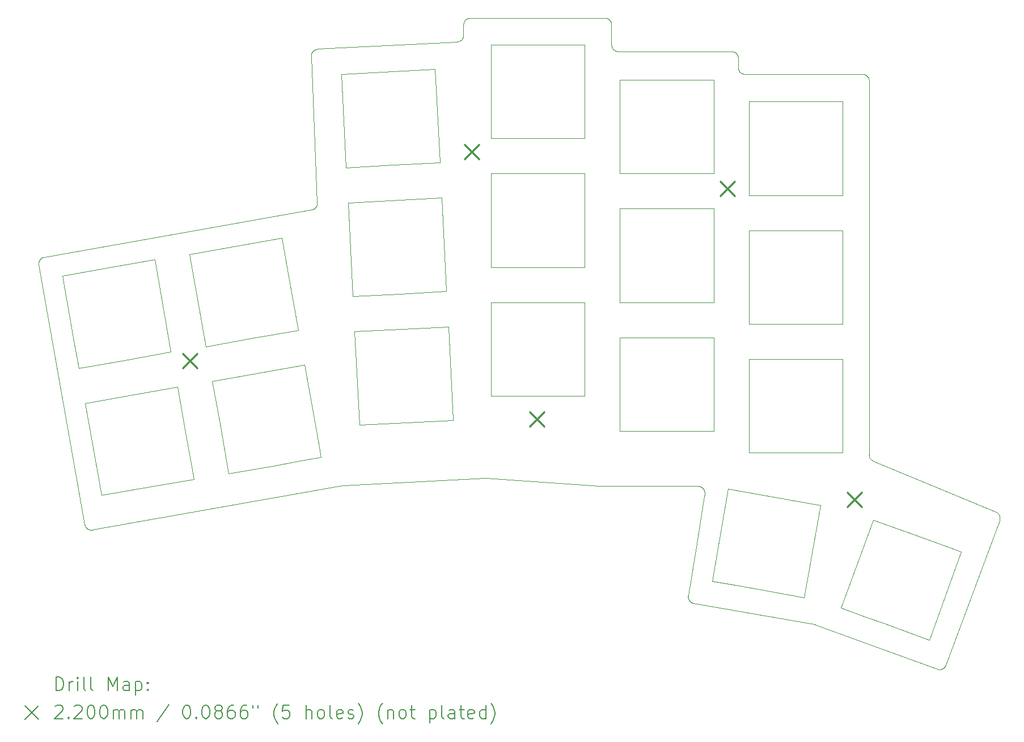
<source format=gbr>
%TF.GenerationSoftware,KiCad,Pcbnew,9.0.7-1.fc43*%
%TF.CreationDate,2026-02-09T14:10:32+11:00*%
%TF.ProjectId,BB36-plate,42423336-2d70-46c6-9174-652e6b696361,rev?*%
%TF.SameCoordinates,Original*%
%TF.FileFunction,Drillmap*%
%TF.FilePolarity,Positive*%
%FSLAX45Y45*%
G04 Gerber Fmt 4.5, Leading zero omitted, Abs format (unit mm)*
G04 Created by KiCad (PCBNEW 9.0.7-1.fc43) date 2026-02-09 14:10:32*
%MOMM*%
%LPD*%
G01*
G04 APERTURE LIST*
%ADD10C,0.050000*%
%ADD11C,0.049999*%
%ADD12C,0.200000*%
%ADD13C,0.220000*%
G04 APERTURE END LIST*
D10*
X21648327Y-11408050D02*
G75*
G02*
X21703723Y-11535423I-38277J-92380D01*
G01*
X20896319Y-13697090D02*
X21703726Y-11535424D01*
X19814220Y-10648074D02*
G75*
G02*
X19752499Y-10555691I38280J92384D01*
G01*
X19814220Y-10648074D02*
X21648327Y-11408050D01*
D11*
X20768439Y-13756010D02*
X20768448Y-13755999D01*
X17296580Y-11153819D02*
X17296580Y-11153820D01*
X15730098Y-11022419D02*
X15730099Y-11022419D01*
X11890479Y-11013499D02*
X11890479Y-11013501D01*
X8039190Y-11593879D02*
X8039200Y-11593879D01*
X11421889Y-4592330D02*
X11421890Y-4592330D01*
X17896578Y-4862420D02*
X17896576Y-4862420D01*
X14020479Y-10902740D02*
X11902759Y-11012100D01*
X8080352Y-11658442D02*
X8081087Y-11658952D01*
X8081827Y-11659455D01*
X8082571Y-11659951D01*
X8083320Y-11660440D01*
X8084073Y-11660923D01*
X8084830Y-11661399D01*
X8085591Y-11661868D01*
X8086356Y-11662330D01*
X8087125Y-11662786D01*
X8087899Y-11663234D01*
X8088676Y-11663676D01*
X8089457Y-11664110D01*
X8090242Y-11664538D01*
X8091031Y-11664959D01*
X8091824Y-11665372D01*
X8092620Y-11665778D01*
X8093420Y-11666177D01*
X8094223Y-11666570D01*
X8095030Y-11666954D01*
X8095841Y-11667332D01*
X8096654Y-11667702D01*
X8097471Y-11668065D01*
X8098291Y-11668421D01*
X8099115Y-11668770D01*
X8099941Y-11669111D01*
X8100771Y-11669444D01*
X8101603Y-11669770D01*
X8102439Y-11670089D01*
X8103277Y-11670401D01*
X8104118Y-11670704D01*
X8104962Y-11671001D01*
X8105808Y-11671289D01*
X8106657Y-11671571D01*
X8107509Y-11671844D01*
X8108363Y-11672110D01*
X8109219Y-11672368D01*
X8110078Y-11672619D01*
X8110939Y-11672862D01*
X8111802Y-11673097D01*
X8112667Y-11673325D01*
X8113534Y-11673545D01*
X8114403Y-11673757D01*
X8115274Y-11673961D01*
X8116146Y-11674157D01*
X8116583Y-11674253D01*
X8117021Y-11674346D01*
X8117459Y-11674438D01*
X8117897Y-11674527D01*
X8118335Y-11674614D01*
X8118775Y-11674700D01*
X8119214Y-11674783D01*
X8119654Y-11674865D01*
X8120094Y-11674945D01*
X8120534Y-11675022D01*
X8120975Y-11675098D01*
X8121416Y-11675172D01*
X8121858Y-11675243D01*
X8122300Y-11675313D01*
X8122742Y-11675381D01*
X8123184Y-11675447D01*
X8123627Y-11675511D01*
X8124070Y-11675572D01*
X8124513Y-11675632D01*
X8124957Y-11675690D01*
X8125400Y-11675746D01*
X8125844Y-11675800D01*
X8126289Y-11675852D01*
X8126733Y-11675902D01*
X8127178Y-11675950D01*
X8127623Y-11675996D01*
X8128068Y-11676040D01*
X8128513Y-11676082D01*
X8128958Y-11676122D01*
X8129404Y-11676160D01*
X8129850Y-11676196D01*
X8130296Y-11676230D01*
X8130742Y-11676262D01*
X8131188Y-11676292D01*
X8131634Y-11676320D01*
X8132081Y-11676346D01*
X8132527Y-11676370D01*
X8132974Y-11676392D01*
X8133421Y-11676412D01*
X8133868Y-11676430D01*
X8134314Y-11676446D01*
X8134761Y-11676460D01*
X8135208Y-11676472D01*
X8135656Y-11676482D01*
X8136103Y-11676490D01*
X8136550Y-11676496D01*
X8136997Y-11676500D01*
X8137444Y-11676502D01*
X8137891Y-11676502D01*
X8138339Y-11676500D01*
X8138786Y-11676496D01*
X8139233Y-11676490D01*
X8139680Y-11676482D01*
X8140127Y-11676472D01*
X8140574Y-11676460D01*
X8141021Y-11676446D01*
X8141468Y-11676430D01*
X8141915Y-11676412D01*
X8142361Y-11676392D01*
X8142808Y-11676370D01*
X8143255Y-11676346D01*
X8143701Y-11676320D01*
X8144147Y-11676292D01*
X8144594Y-11676262D01*
X8145040Y-11676230D01*
X8145486Y-11676196D01*
X8145931Y-11676160D01*
X8146377Y-11676122D01*
X8146822Y-11676082D01*
X8147268Y-11676040D01*
X8147713Y-11675996D01*
X8148158Y-11675950D01*
X8148602Y-11675902D01*
X8149047Y-11675852D01*
X8149491Y-11675801D01*
X8149935Y-11675747D01*
X8150379Y-11675691D01*
X8150823Y-11675633D01*
X8151266Y-11675573D01*
X8151709Y-11675511D01*
X8152152Y-11675447D01*
X8152595Y-11675382D01*
X8153037Y-11675314D01*
X8153479Y-11675244D01*
X8153921Y-11675172D01*
X8154363Y-11675098D01*
X8155110Y-11674969D01*
X8039200Y-11593879D02*
X8039359Y-11594759D01*
X8039526Y-11595638D01*
X8039701Y-11596515D01*
X8039884Y-11597391D01*
X8040075Y-11598265D01*
X8040273Y-11599136D01*
X8040479Y-11600006D01*
X8040693Y-11600875D01*
X8040915Y-11601741D01*
X8041144Y-11602605D01*
X8041381Y-11603467D01*
X8041626Y-11604326D01*
X8041879Y-11605184D01*
X8042139Y-11606039D01*
X8042407Y-11606892D01*
X8042682Y-11607742D01*
X8042965Y-11608590D01*
X8043255Y-11609436D01*
X8043554Y-11610278D01*
X8043859Y-11611119D01*
X8044172Y-11611956D01*
X8044493Y-11612790D01*
X8044821Y-11613622D01*
X8045157Y-11614451D01*
X8045500Y-11615276D01*
X8045850Y-11616099D01*
X8046208Y-11616918D01*
X8046573Y-11617735D01*
X8046945Y-11618548D01*
X8047324Y-11619357D01*
X8047711Y-11620164D01*
X8048105Y-11620966D01*
X8048506Y-11621766D01*
X8048915Y-11622561D01*
X8049330Y-11623353D01*
X8049753Y-11624142D01*
X8050182Y-11624926D01*
X8050619Y-11625707D01*
X8051062Y-11626483D01*
X8051513Y-11627256D01*
X8051970Y-11628025D01*
X8052435Y-11628789D01*
X8052906Y-11629550D01*
X8053384Y-11630306D01*
X8053625Y-11630682D01*
X8053868Y-11631058D01*
X8054113Y-11631432D01*
X8054359Y-11631805D01*
X8054608Y-11632177D01*
X8054857Y-11632548D01*
X8055109Y-11632918D01*
X8055362Y-11633287D01*
X8055617Y-11633655D01*
X8055873Y-11634021D01*
X8056131Y-11634387D01*
X8056391Y-11634751D01*
X8056652Y-11635114D01*
X8056915Y-11635475D01*
X8057180Y-11635836D01*
X8057446Y-11636196D01*
X8057714Y-11636554D01*
X8057983Y-11636911D01*
X8058254Y-11637267D01*
X8058527Y-11637621D01*
X8058801Y-11637975D01*
X8059077Y-11638327D01*
X8059354Y-11638678D01*
X8059633Y-11639028D01*
X8059913Y-11639376D01*
X8060195Y-11639723D01*
X8060478Y-11640069D01*
X8060764Y-11640414D01*
X8061050Y-11640757D01*
X8061338Y-11641099D01*
X8061628Y-11641440D01*
X8061919Y-11641779D01*
X8062212Y-11642118D01*
X8062506Y-11642454D01*
X8062802Y-11642790D01*
X8063099Y-11643124D01*
X8063397Y-11643457D01*
X8063698Y-11643788D01*
X8063999Y-11644119D01*
X8064302Y-11644447D01*
X8064607Y-11644775D01*
X8064913Y-11645101D01*
X8065220Y-11645426D01*
X8065529Y-11645749D01*
X8065840Y-11646071D01*
X8066151Y-11646392D01*
X8066465Y-11646711D01*
X8066779Y-11647028D01*
X8067095Y-11647345D01*
X8067413Y-11647660D01*
X8067732Y-11647973D01*
X8068052Y-11648285D01*
X8068374Y-11648596D01*
X8068697Y-11648905D01*
X8069021Y-11649213D01*
X8069347Y-11649519D01*
X8069674Y-11649824D01*
X8070003Y-11650127D01*
X8070333Y-11650429D01*
X8070664Y-11650730D01*
X8070997Y-11651028D01*
X8071331Y-11651326D01*
X8071666Y-11651622D01*
X8072003Y-11651916D01*
X8072340Y-11652209D01*
X8072680Y-11652501D01*
X8073020Y-11652791D01*
X8073362Y-11653079D01*
X8073705Y-11653366D01*
X8074050Y-11653651D01*
X8074395Y-11653935D01*
X8074742Y-11654217D01*
X8075091Y-11654498D01*
X8075440Y-11654777D01*
X8075791Y-11655055D01*
X8076143Y-11655331D01*
X8076496Y-11655605D01*
X8076851Y-11655878D01*
X8077207Y-11656149D01*
X8077564Y-11656419D01*
X8077922Y-11656687D01*
X8078281Y-11656954D01*
X8078642Y-11657219D01*
X8079004Y-11657482D01*
X8079367Y-11657744D01*
X8079731Y-11658004D01*
X8080352Y-11658442D01*
X8039190Y-11593879D02*
X7877397Y-10677049D01*
X7353950Y-7710840D01*
X15723060Y-11022169D02*
X14032679Y-10902850D01*
X13696579Y-4277540D02*
X13696579Y-4122420D01*
X19752500Y-4962500D02*
X19752500Y-10555691D01*
X17196580Y-11022419D02*
X15730099Y-11022419D01*
X15935869Y-4493131D02*
X15936504Y-4493761D01*
X15937145Y-4494385D01*
X15937791Y-4495003D01*
X15938443Y-4495615D01*
X15939101Y-4496222D01*
X15939763Y-4496822D01*
X15940431Y-4497416D01*
X15941104Y-4498005D01*
X15941783Y-4498587D01*
X15942466Y-4499164D01*
X15943155Y-4499734D01*
X15943848Y-4500298D01*
X15944547Y-4500855D01*
X15945251Y-4501407D01*
X15945959Y-4501952D01*
X15946672Y-4502491D01*
X15947391Y-4503023D01*
X15948114Y-4503549D01*
X15948841Y-4504068D01*
X15949573Y-4504581D01*
X15950310Y-4505087D01*
X15951051Y-4505587D01*
X15951797Y-4506080D01*
X15952547Y-4506567D01*
X15953302Y-4507046D01*
X15954061Y-4507519D01*
X15954824Y-4507986D01*
X15955591Y-4508445D01*
X15956362Y-4508897D01*
X15957138Y-4509343D01*
X15957917Y-4509782D01*
X15958700Y-4510213D01*
X15959487Y-4510638D01*
X15960278Y-4511056D01*
X15961073Y-4511466D01*
X15961871Y-4511870D01*
X15962673Y-4512266D01*
X15963478Y-4512655D01*
X15964287Y-4513037D01*
X15965100Y-4513412D01*
X15965915Y-4513779D01*
X15966734Y-4514139D01*
X15967556Y-4514492D01*
X15968381Y-4514837D01*
X15968795Y-4515007D01*
X15969210Y-4515175D01*
X15969625Y-4515341D01*
X15970041Y-4515506D01*
X15970458Y-4515668D01*
X15970875Y-4515829D01*
X15971293Y-4515988D01*
X15971712Y-4516145D01*
X15972132Y-4516300D01*
X15972552Y-4516453D01*
X15972973Y-4516604D01*
X15973395Y-4516754D01*
X15973817Y-4516901D01*
X15974240Y-4517047D01*
X15974664Y-4517190D01*
X15975088Y-4517332D01*
X15975513Y-4517472D01*
X15975938Y-4517610D01*
X15976364Y-4517746D01*
X15976791Y-4517880D01*
X15977218Y-4518013D01*
X15977646Y-4518143D01*
X15978074Y-4518272D01*
X15978503Y-4518398D01*
X15978933Y-4518523D01*
X15979363Y-4518645D01*
X15979794Y-4518766D01*
X15980225Y-4518885D01*
X15980657Y-4519002D01*
X15981089Y-4519117D01*
X15981522Y-4519230D01*
X15981955Y-4519341D01*
X15982389Y-4519450D01*
X15982823Y-4519558D01*
X15983258Y-4519663D01*
X15983693Y-4519766D01*
X15984128Y-4519868D01*
X15984564Y-4519967D01*
X15985001Y-4520065D01*
X15985438Y-4520160D01*
X15985875Y-4520254D01*
X15986313Y-4520345D01*
X15986751Y-4520435D01*
X15987189Y-4520523D01*
X15987628Y-4520608D01*
X15988068Y-4520692D01*
X15988507Y-4520774D01*
X15988947Y-4520854D01*
X15989388Y-4520932D01*
X15989829Y-4521008D01*
X15990270Y-4521081D01*
X15990711Y-4521153D01*
X15991153Y-4521223D01*
X15991595Y-4521291D01*
X15992037Y-4521357D01*
X15992480Y-4521421D01*
X15992923Y-4521484D01*
X15993366Y-4521544D01*
X15993809Y-4521602D01*
X15994253Y-4521658D01*
X15994697Y-4521712D01*
X15995141Y-4521764D01*
X15995585Y-4521814D01*
X15996030Y-4521862D01*
X15996475Y-4521909D01*
X15996920Y-4521953D01*
X15997365Y-4521995D01*
X15997811Y-4522035D01*
X15998256Y-4522073D01*
X15998702Y-4522110D01*
X15999148Y-4522144D01*
X15999595Y-4522176D01*
X16000041Y-4522206D01*
X16000487Y-4522234D01*
X16000934Y-4522261D01*
X16001381Y-4522285D01*
X16001828Y-4522307D01*
X16002275Y-4522327D01*
X16002722Y-4522346D01*
X16003169Y-4522362D01*
X16003616Y-4522376D01*
X16004064Y-4522388D01*
X16004511Y-4522399D01*
X16004958Y-4522407D01*
X16005406Y-4522413D01*
X16005854Y-4522417D01*
X16006579Y-4522420D01*
X15906579Y-4422420D02*
X15906583Y-4423315D01*
X15906595Y-4424209D01*
X15906615Y-4425103D01*
X15906643Y-4425997D01*
X15906679Y-4426891D01*
X15906723Y-4427784D01*
X15906775Y-4428677D01*
X15906835Y-4429569D01*
X15906903Y-4430460D01*
X15906979Y-4431351D01*
X15907062Y-4432241D01*
X15907154Y-4433130D01*
X15907254Y-4434019D01*
X15907361Y-4434906D01*
X15907477Y-4435793D01*
X15907600Y-4436678D01*
X15907732Y-4437562D01*
X15907871Y-4438445D01*
X15908018Y-4439327D01*
X15908174Y-4440207D01*
X15908336Y-4441087D01*
X15908507Y-4441964D01*
X15908686Y-4442840D01*
X15908872Y-4443715D01*
X15909067Y-4444587D01*
X15909269Y-4445458D01*
X15909479Y-4446327D01*
X15909696Y-4447195D01*
X15909922Y-4448060D01*
X15910155Y-4448923D01*
X15910396Y-4449785D01*
X15910645Y-4450644D01*
X15910901Y-4451501D01*
X15911165Y-4452355D01*
X15911436Y-4453207D01*
X15911716Y-4454057D01*
X15912002Y-4454904D01*
X15912297Y-4455749D01*
X15912599Y-4456591D01*
X15912908Y-4457430D01*
X15913225Y-4458267D01*
X15913549Y-4459101D01*
X15913881Y-4459931D01*
X15914221Y-4460759D01*
X15914393Y-4461172D01*
X15914567Y-4461584D01*
X15914743Y-4461995D01*
X15914921Y-4462405D01*
X15915101Y-4462815D01*
X15915283Y-4463224D01*
X15915466Y-4463632D01*
X15915651Y-4464039D01*
X15915838Y-4464445D01*
X15916027Y-4464851D01*
X15916218Y-4465255D01*
X15916410Y-4465659D01*
X15916605Y-4466062D01*
X15916801Y-4466464D01*
X15916999Y-4466865D01*
X15917198Y-4467265D01*
X15917400Y-4467665D01*
X15917603Y-4468063D01*
X15917808Y-4468461D01*
X15918015Y-4468857D01*
X15918224Y-4469253D01*
X15918434Y-4469648D01*
X15918646Y-4470042D01*
X15918860Y-4470434D01*
X15919076Y-4470826D01*
X15919293Y-4471217D01*
X15919512Y-4471607D01*
X15919733Y-4471996D01*
X15919956Y-4472384D01*
X15920180Y-4472771D01*
X15920406Y-4473157D01*
X15920634Y-4473542D01*
X15920863Y-4473926D01*
X15921094Y-4474309D01*
X15921327Y-4474690D01*
X15921562Y-4475071D01*
X15921798Y-4475451D01*
X15922036Y-4475829D01*
X15922276Y-4476207D01*
X15922517Y-4476584D01*
X15922760Y-4476959D01*
X15923005Y-4477333D01*
X15923252Y-4477706D01*
X15923500Y-4478079D01*
X15923749Y-4478450D01*
X15924001Y-4478819D01*
X15924254Y-4479188D01*
X15924509Y-4479556D01*
X15924765Y-4479922D01*
X15925023Y-4480288D01*
X15925282Y-4480652D01*
X15925544Y-4481015D01*
X15925807Y-4481377D01*
X15926071Y-4481737D01*
X15926337Y-4482097D01*
X15926605Y-4482455D01*
X15926874Y-4482812D01*
X15927145Y-4483168D01*
X15927417Y-4483522D01*
X15927692Y-4483876D01*
X15927967Y-4484228D01*
X15928244Y-4484579D01*
X15928523Y-4484929D01*
X15928804Y-4485277D01*
X15929085Y-4485624D01*
X15929369Y-4485970D01*
X15929654Y-4486315D01*
X15929941Y-4486659D01*
X15930229Y-4487001D01*
X15930518Y-4487342D01*
X15930809Y-4487681D01*
X15931102Y-4488019D01*
X15931396Y-4488356D01*
X15931692Y-4488692D01*
X15931989Y-4489026D01*
X15932288Y-4489359D01*
X15932588Y-4489691D01*
X15932890Y-4490022D01*
X15933193Y-4490350D01*
X15933498Y-4490678D01*
X15933804Y-4491005D01*
X15934112Y-4491330D01*
X15934421Y-4491653D01*
X15934732Y-4491975D01*
X15935044Y-4492296D01*
X15935357Y-4492616D01*
X15935869Y-4493131D01*
X11890479Y-11013499D02*
X8155110Y-11674969D01*
X11516499Y-4487160D02*
X12562588Y-4432105D01*
X13601839Y-4377410D01*
X19723211Y-4891789D02*
X19722575Y-4891159D01*
X19721934Y-4890536D01*
X19721288Y-4889917D01*
X19720636Y-4889305D01*
X19719979Y-4888699D01*
X19719317Y-4888098D01*
X19718649Y-4887504D01*
X19717976Y-4886915D01*
X19717297Y-4886333D01*
X19716614Y-4885757D01*
X19715925Y-4885187D01*
X19715232Y-4884623D01*
X19714533Y-4884065D01*
X19713829Y-4883514D01*
X19713121Y-4882969D01*
X19712408Y-4882430D01*
X19711689Y-4881898D01*
X19710967Y-4881372D01*
X19710239Y-4880852D01*
X19709507Y-4880339D01*
X19708770Y-4879833D01*
X19708029Y-4879333D01*
X19707283Y-4878840D01*
X19706533Y-4878354D01*
X19705778Y-4877874D01*
X19705020Y-4877401D01*
X19704257Y-4876935D01*
X19703489Y-4876476D01*
X19702718Y-4876023D01*
X19701943Y-4875578D01*
X19701163Y-4875139D01*
X19700380Y-4874707D01*
X19699593Y-4874283D01*
X19698802Y-4873865D01*
X19698008Y-4873454D01*
X19697209Y-4873051D01*
X19696408Y-4872655D01*
X19695602Y-4872266D01*
X19694793Y-4871884D01*
X19693981Y-4871509D01*
X19693165Y-4871142D01*
X19692346Y-4870781D01*
X19691524Y-4870429D01*
X19690699Y-4870083D01*
X19690285Y-4869913D01*
X19689871Y-4869745D01*
X19689456Y-4869579D01*
X19689040Y-4869415D01*
X19688623Y-4869252D01*
X19688205Y-4869092D01*
X19687787Y-4868933D01*
X19687368Y-4868776D01*
X19686949Y-4868621D01*
X19686529Y-4868468D01*
X19686108Y-4868316D01*
X19685686Y-4868167D01*
X19685264Y-4868019D01*
X19684841Y-4867874D01*
X19684417Y-4867730D01*
X19683993Y-4867588D01*
X19683568Y-4867448D01*
X19683143Y-4867310D01*
X19682716Y-4867174D01*
X19682290Y-4867040D01*
X19681863Y-4866908D01*
X19681435Y-4866777D01*
X19681006Y-4866649D01*
X19680577Y-4866522D01*
X19680148Y-4866398D01*
X19679717Y-4866275D01*
X19679287Y-4866154D01*
X19678856Y-4866035D01*
X19678424Y-4865918D01*
X19677992Y-4865803D01*
X19677559Y-4865690D01*
X19677126Y-4865579D01*
X19676692Y-4865470D01*
X19676258Y-4865363D01*
X19675823Y-4865258D01*
X19675388Y-4865154D01*
X19674952Y-4865053D01*
X19674516Y-4864953D01*
X19674080Y-4864856D01*
X19673643Y-4864760D01*
X19673206Y-4864667D01*
X19672768Y-4864575D01*
X19672330Y-4864485D01*
X19671891Y-4864398D01*
X19671452Y-4864312D01*
X19671013Y-4864228D01*
X19670573Y-4864146D01*
X19670133Y-4864066D01*
X19669693Y-4863989D01*
X19669252Y-4863913D01*
X19668811Y-4863839D01*
X19668370Y-4863767D01*
X19667928Y-4863697D01*
X19667486Y-4863629D01*
X19667044Y-4863563D01*
X19666601Y-4863499D01*
X19666158Y-4863437D01*
X19665715Y-4863377D01*
X19665271Y-4863319D01*
X19664828Y-4863262D01*
X19664384Y-4863208D01*
X19663939Y-4863156D01*
X19663495Y-4863106D01*
X19663050Y-4863058D01*
X19662606Y-4863012D01*
X19662160Y-4862967D01*
X19661715Y-4862925D01*
X19661270Y-4862885D01*
X19660824Y-4862847D01*
X19660378Y-4862811D01*
X19659932Y-4862776D01*
X19659486Y-4862744D01*
X19659040Y-4862714D01*
X19658593Y-4862686D01*
X19658147Y-4862659D01*
X19657700Y-4862635D01*
X19657253Y-4862613D01*
X19656806Y-4862593D01*
X19656359Y-4862574D01*
X19655912Y-4862558D01*
X19655464Y-4862544D01*
X19655017Y-4862532D01*
X19654570Y-4862521D01*
X19654122Y-4862513D01*
X19653674Y-4862507D01*
X19653227Y-4862503D01*
X19652500Y-4862500D01*
X19752500Y-4962500D02*
X19752496Y-4961605D01*
X19752484Y-4960711D01*
X19752464Y-4959817D01*
X19752436Y-4958923D01*
X19752400Y-4958029D01*
X19752356Y-4957136D01*
X19752304Y-4956244D01*
X19752244Y-4955352D01*
X19752177Y-4954460D01*
X19752101Y-4953569D01*
X19752017Y-4952679D01*
X19751925Y-4951790D01*
X19751825Y-4950902D01*
X19751718Y-4950014D01*
X19751602Y-4949128D01*
X19751479Y-4948242D01*
X19751347Y-4947358D01*
X19751208Y-4946475D01*
X19751061Y-4945593D01*
X19750906Y-4944713D01*
X19750743Y-4943834D01*
X19750572Y-4942956D01*
X19750393Y-4942080D01*
X19750207Y-4941206D01*
X19750013Y-4940333D01*
X19749810Y-4939462D01*
X19749600Y-4938593D01*
X19749383Y-4937726D01*
X19749157Y-4936860D01*
X19748924Y-4935997D01*
X19748683Y-4935136D01*
X19748435Y-4934277D01*
X19748178Y-4933420D01*
X19747914Y-4932565D01*
X19747643Y-4931713D01*
X19747364Y-4930863D01*
X19747077Y-4930016D01*
X19746782Y-4929171D01*
X19746481Y-4928329D01*
X19746171Y-4927490D01*
X19745854Y-4926654D01*
X19745530Y-4925820D01*
X19745198Y-4924989D01*
X19744859Y-4924161D01*
X19744686Y-4923749D01*
X19744512Y-4923337D01*
X19744336Y-4922925D01*
X19744158Y-4922515D01*
X19743978Y-4922105D01*
X19743796Y-4921697D01*
X19743613Y-4921289D01*
X19743428Y-4920881D01*
X19743241Y-4920475D01*
X19743052Y-4920070D01*
X19742861Y-4919665D01*
X19742669Y-4919261D01*
X19742474Y-4918858D01*
X19742278Y-4918456D01*
X19742080Y-4918055D01*
X19741881Y-4917655D01*
X19741679Y-4917256D01*
X19741476Y-4916857D01*
X19741271Y-4916460D01*
X19741064Y-4916063D01*
X19740855Y-4915667D01*
X19740645Y-4915272D01*
X19740433Y-4914879D01*
X19740219Y-4914486D01*
X19740003Y-4914094D01*
X19739786Y-4913703D01*
X19739567Y-4913313D01*
X19739346Y-4912924D01*
X19739123Y-4912536D01*
X19738899Y-4912149D01*
X19738673Y-4911763D01*
X19738445Y-4911378D01*
X19738216Y-4910994D01*
X19737985Y-4910612D01*
X19737752Y-4910230D01*
X19737517Y-4909849D01*
X19737281Y-4909469D01*
X19737043Y-4909091D01*
X19736803Y-4908713D01*
X19736562Y-4908336D01*
X19736319Y-4907961D01*
X19736074Y-4907587D01*
X19735827Y-4907214D01*
X19735579Y-4906841D01*
X19735330Y-4906470D01*
X19735078Y-4906100D01*
X19734825Y-4905732D01*
X19734570Y-4905364D01*
X19734314Y-4904998D01*
X19734056Y-4904632D01*
X19733796Y-4904268D01*
X19733535Y-4903905D01*
X19733272Y-4903543D01*
X19733008Y-4903183D01*
X19732742Y-4902823D01*
X19732474Y-4902465D01*
X19732205Y-4902108D01*
X19731934Y-4901752D01*
X19731661Y-4901397D01*
X19731387Y-4901044D01*
X19731112Y-4900692D01*
X19730834Y-4900341D01*
X19730556Y-4899991D01*
X19730275Y-4899643D01*
X19729993Y-4899295D01*
X19729710Y-4898949D01*
X19729425Y-4898605D01*
X19729138Y-4898261D01*
X19728850Y-4897919D01*
X19728560Y-4897578D01*
X19728269Y-4897239D01*
X19727977Y-4896900D01*
X19727682Y-4896563D01*
X19727387Y-4896228D01*
X19727089Y-4895893D01*
X19726791Y-4895560D01*
X19726490Y-4895228D01*
X19726189Y-4894898D01*
X19725885Y-4894569D01*
X19725581Y-4894241D01*
X19725274Y-4893915D01*
X19724967Y-4893590D01*
X19724658Y-4893266D01*
X19724347Y-4892944D01*
X19724035Y-4892623D01*
X19723721Y-4892304D01*
X19723211Y-4891789D01*
X16006579Y-4522420D02*
X17696580Y-4522420D01*
X15877290Y-4051709D02*
X15876655Y-4051079D01*
X15876014Y-4050455D01*
X15875367Y-4049837D01*
X15874715Y-4049225D01*
X15874058Y-4048619D01*
X15873395Y-4048018D01*
X15872728Y-4047424D01*
X15872054Y-4046835D01*
X15871376Y-4046253D01*
X15870693Y-4045677D01*
X15870004Y-4045106D01*
X15869310Y-4044542D01*
X15868612Y-4043985D01*
X15867908Y-4043433D01*
X15867199Y-4042888D01*
X15866486Y-4042350D01*
X15865768Y-4041817D01*
X15865045Y-4041291D01*
X15864317Y-4040772D01*
X15863585Y-4040259D01*
X15862848Y-4039753D01*
X15862107Y-4039253D01*
X15861361Y-4038760D01*
X15860611Y-4038273D01*
X15859857Y-4037794D01*
X15859098Y-4037321D01*
X15858335Y-4036855D01*
X15857568Y-4036395D01*
X15856796Y-4035943D01*
X15856021Y-4035497D01*
X15855242Y-4035058D01*
X15854458Y-4034627D01*
X15853671Y-4034202D01*
X15852880Y-4033784D01*
X15852086Y-4033374D01*
X15851287Y-4032970D01*
X15850485Y-4032574D01*
X15849680Y-4032185D01*
X15848871Y-4031803D01*
X15848059Y-4031428D01*
X15847243Y-4031061D01*
X15846424Y-4030701D01*
X15845602Y-4030348D01*
X15844777Y-4030003D01*
X15844363Y-4029833D01*
X15843949Y-4029665D01*
X15843534Y-4029499D01*
X15843118Y-4029334D01*
X15842701Y-4029172D01*
X15842283Y-4029011D01*
X15841865Y-4028852D01*
X15841446Y-4028695D01*
X15841027Y-4028540D01*
X15840606Y-4028387D01*
X15840185Y-4028236D01*
X15839764Y-4028087D01*
X15839342Y-4027939D01*
X15838919Y-4027793D01*
X15838495Y-4027650D01*
X15838071Y-4027508D01*
X15837646Y-4027368D01*
X15837220Y-4027230D01*
X15836794Y-4027094D01*
X15836368Y-4026960D01*
X15835940Y-4026827D01*
X15835513Y-4026697D01*
X15835084Y-4026568D01*
X15834655Y-4026442D01*
X15834226Y-4026317D01*
X15833795Y-4026195D01*
X15833365Y-4026074D01*
X15832934Y-4025955D01*
X15832502Y-4025838D01*
X15832070Y-4025723D01*
X15831637Y-4025610D01*
X15831204Y-4025499D01*
X15830770Y-4025390D01*
X15830336Y-4025282D01*
X15829901Y-4025177D01*
X15829466Y-4025074D01*
X15829030Y-4024972D01*
X15828594Y-4024873D01*
X15828158Y-4024775D01*
X15827721Y-4024680D01*
X15827283Y-4024586D01*
X15826846Y-4024495D01*
X15826408Y-4024405D01*
X15825969Y-4024317D01*
X15825530Y-4024232D01*
X15825091Y-4024148D01*
X15824651Y-4024066D01*
X15824211Y-4023986D01*
X15823771Y-4023908D01*
X15823330Y-4023832D01*
X15822889Y-4023759D01*
X15822448Y-4023687D01*
X15822006Y-4023617D01*
X15821564Y-4023549D01*
X15821122Y-4023483D01*
X15820679Y-4023419D01*
X15820236Y-4023356D01*
X15819793Y-4023296D01*
X15819349Y-4023238D01*
X15818906Y-4023182D01*
X15818462Y-4023128D01*
X15818017Y-4023076D01*
X15817573Y-4023026D01*
X15817128Y-4022978D01*
X15816684Y-4022931D01*
X15816238Y-4022887D01*
X15815793Y-4022845D01*
X15815348Y-4022805D01*
X15814902Y-4022767D01*
X15814456Y-4022730D01*
X15814010Y-4022696D01*
X15813564Y-4022664D01*
X15813118Y-4022634D01*
X15812671Y-4022606D01*
X15812225Y-4022579D01*
X15811778Y-4022555D01*
X15811331Y-4022533D01*
X15810884Y-4022513D01*
X15810437Y-4022494D01*
X15809990Y-4022478D01*
X15809542Y-4022464D01*
X15809095Y-4022452D01*
X15808648Y-4022441D01*
X15808200Y-4022433D01*
X15807753Y-4022427D01*
X15807305Y-4022423D01*
X15806579Y-4022420D01*
X15906579Y-4122420D02*
X15906575Y-4121525D01*
X15906563Y-4120631D01*
X15906543Y-4119737D01*
X15906515Y-4118843D01*
X15906479Y-4117949D01*
X15906435Y-4117056D01*
X15906384Y-4116163D01*
X15906324Y-4115271D01*
X15906256Y-4114380D01*
X15906180Y-4113489D01*
X15906096Y-4112599D01*
X15906004Y-4111710D01*
X15905905Y-4110821D01*
X15905797Y-4109934D01*
X15905681Y-4109047D01*
X15905558Y-4108162D01*
X15905427Y-4107278D01*
X15905287Y-4106395D01*
X15905140Y-4105513D01*
X15904985Y-4104632D01*
X15904822Y-4103753D01*
X15904651Y-4102876D01*
X15904473Y-4102000D01*
X15904286Y-4101125D01*
X15904092Y-4100253D01*
X15903890Y-4099382D01*
X15903680Y-4098512D01*
X15903462Y-4097645D01*
X15903237Y-4096780D01*
X15903003Y-4095916D01*
X15902763Y-4095055D01*
X15902514Y-4094196D01*
X15902258Y-4093339D01*
X15901994Y-4092485D01*
X15901722Y-4091633D01*
X15901443Y-4090783D01*
X15901156Y-4089936D01*
X15900862Y-4089091D01*
X15900560Y-4088249D01*
X15900250Y-4087410D01*
X15899933Y-4086573D01*
X15899609Y-4085739D01*
X15899277Y-4084909D01*
X15898938Y-4084081D01*
X15898766Y-4083668D01*
X15898591Y-4083256D01*
X15898415Y-4082845D01*
X15898237Y-4082435D01*
X15898057Y-4082025D01*
X15897876Y-4081616D01*
X15897692Y-4081208D01*
X15897507Y-4080801D01*
X15897320Y-4080395D01*
X15897131Y-4079989D01*
X15896941Y-4079585D01*
X15896748Y-4079181D01*
X15896554Y-4078778D01*
X15896358Y-4078376D01*
X15896160Y-4077975D01*
X15895960Y-4077575D01*
X15895759Y-4077175D01*
X15895555Y-4076777D01*
X15895350Y-4076379D01*
X15895143Y-4075983D01*
X15894935Y-4075587D01*
X15894725Y-4075192D01*
X15894512Y-4074798D01*
X15894299Y-4074406D01*
X15894083Y-4074014D01*
X15893866Y-4073623D01*
X15893646Y-4073233D01*
X15893426Y-4072844D01*
X15893203Y-4072456D01*
X15892979Y-4072069D01*
X15892753Y-4071683D01*
X15892525Y-4071298D01*
X15892295Y-4070914D01*
X15892064Y-4070531D01*
X15891831Y-4070150D01*
X15891597Y-4069769D01*
X15891360Y-4069389D01*
X15891122Y-4069011D01*
X15890883Y-4068633D01*
X15890641Y-4068256D01*
X15890398Y-4067881D01*
X15890153Y-4067507D01*
X15889907Y-4067134D01*
X15889659Y-4066761D01*
X15889409Y-4066390D01*
X15889158Y-4066021D01*
X15888905Y-4065652D01*
X15888650Y-4065284D01*
X15888394Y-4064918D01*
X15888136Y-4064552D01*
X15887876Y-4064188D01*
X15887615Y-4063825D01*
X15887352Y-4063464D01*
X15887088Y-4063103D01*
X15886821Y-4062743D01*
X15886554Y-4062385D01*
X15886285Y-4062028D01*
X15886014Y-4061672D01*
X15885741Y-4061318D01*
X15885467Y-4060964D01*
X15885191Y-4060612D01*
X15884914Y-4060261D01*
X15884635Y-4059911D01*
X15884355Y-4059563D01*
X15884073Y-4059216D01*
X15883790Y-4058870D01*
X15883505Y-4058525D01*
X15883218Y-4058182D01*
X15882930Y-4057839D01*
X15882640Y-4057499D01*
X15882349Y-4057159D01*
X15882056Y-4056821D01*
X15881762Y-4056484D01*
X15881466Y-4056148D01*
X15881169Y-4055814D01*
X15880870Y-4055481D01*
X15880570Y-4055149D01*
X15880268Y-4054819D01*
X15879965Y-4054490D01*
X15879660Y-4054162D01*
X15879354Y-4053836D01*
X15879047Y-4053510D01*
X15878737Y-4053187D01*
X15878427Y-4052865D01*
X15878115Y-4052544D01*
X15877801Y-4052224D01*
X15877290Y-4051709D01*
X17051109Y-12656639D02*
X17050959Y-12657529D01*
X17050817Y-12658420D01*
X17050682Y-12659312D01*
X17050556Y-12660203D01*
X17050438Y-12661095D01*
X17050328Y-12661988D01*
X17050226Y-12662880D01*
X17050132Y-12663773D01*
X17050046Y-12664666D01*
X17049968Y-12665560D01*
X17049897Y-12666453D01*
X17049835Y-12667346D01*
X17049781Y-12668240D01*
X17049735Y-12669133D01*
X17049697Y-12670026D01*
X17049667Y-12670919D01*
X17049645Y-12671812D01*
X17049631Y-12672705D01*
X17049625Y-12673598D01*
X17049627Y-12674490D01*
X17049637Y-12675382D01*
X17049655Y-12676274D01*
X17049681Y-12677165D01*
X17049714Y-12678055D01*
X17049756Y-12678946D01*
X17049806Y-12679835D01*
X17049864Y-12680724D01*
X17049930Y-12681612D01*
X17050003Y-12682500D01*
X17050085Y-12683387D01*
X17050175Y-12684273D01*
X17050272Y-12685158D01*
X17050378Y-12686042D01*
X17050491Y-12686925D01*
X17050612Y-12687807D01*
X17050742Y-12688688D01*
X17050879Y-12689568D01*
X17051024Y-12690447D01*
X17051177Y-12691324D01*
X17051338Y-12692200D01*
X17051506Y-12693075D01*
X17051683Y-12693948D01*
X17051867Y-12694820D01*
X17052060Y-12695690D01*
X17052260Y-12696559D01*
X17052468Y-12697425D01*
X17052683Y-12698290D01*
X17052907Y-12699154D01*
X17053138Y-12700015D01*
X17053377Y-12700874D01*
X17053624Y-12701732D01*
X17053878Y-12702587D01*
X17054140Y-12703440D01*
X17054410Y-12704291D01*
X17054688Y-12705140D01*
X17054973Y-12705986D01*
X17055266Y-12706830D01*
X17055566Y-12707672D01*
X17055874Y-12708510D01*
X17056190Y-12709347D01*
X17056513Y-12710180D01*
X17056843Y-12711011D01*
X17057181Y-12711839D01*
X17057527Y-12712665D01*
X17057880Y-12713487D01*
X17058240Y-12714306D01*
X17058608Y-12715122D01*
X17058983Y-12715935D01*
X17059365Y-12716745D01*
X17059755Y-12717551D01*
X17060152Y-12718354D01*
X17060556Y-12719154D01*
X17060967Y-12719950D01*
X17061386Y-12720742D01*
X17061811Y-12721531D01*
X17062244Y-12722316D01*
X17062684Y-12723097D01*
X17063131Y-12723875D01*
X17063584Y-12724648D01*
X17064045Y-12725418D01*
X17064512Y-12726183D01*
X17064987Y-12726944D01*
X17065468Y-12727702D01*
X17065956Y-12728454D01*
X17066450Y-12729203D01*
X17066952Y-12729947D01*
X17067459Y-12730686D01*
X17067974Y-12731421D01*
X17068234Y-12731787D01*
X17068495Y-12732152D01*
X17068758Y-12732515D01*
X17069023Y-12732878D01*
X17069289Y-12733239D01*
X17069557Y-12733599D01*
X17069826Y-12733957D01*
X17070097Y-12734315D01*
X17070369Y-12734671D01*
X17070644Y-12735026D01*
X17070919Y-12735380D01*
X17071197Y-12735733D01*
X17071475Y-12736084D01*
X17071756Y-12736434D01*
X17072038Y-12736783D01*
X17072321Y-12737130D01*
X17072606Y-12737477D01*
X17072893Y-12737822D01*
X17073181Y-12738165D01*
X17073471Y-12738508D01*
X17073762Y-12738849D01*
X17074054Y-12739188D01*
X17074349Y-12739527D01*
X17074644Y-12739864D01*
X17074941Y-12740200D01*
X17075240Y-12740534D01*
X17075540Y-12740867D01*
X17075842Y-12741199D01*
X17076144Y-12741529D01*
X17076449Y-12741858D01*
X17076755Y-12742186D01*
X17077062Y-12742512D01*
X17077371Y-12742836D01*
X17077681Y-12743160D01*
X17077993Y-12743482D01*
X17078306Y-12743802D01*
X17078620Y-12744121D01*
X17078936Y-12744439D01*
X17079253Y-12744755D01*
X17079572Y-12745070D01*
X17079892Y-12745383D01*
X17080213Y-12745695D01*
X17080536Y-12746006D01*
X17080860Y-12746315D01*
X17081185Y-12746622D01*
X17081512Y-12746928D01*
X17081840Y-12747233D01*
X17082169Y-12747536D01*
X17082500Y-12747837D01*
X17082832Y-12748137D01*
X17083165Y-12748435D01*
X17083500Y-12748732D01*
X17083836Y-12749028D01*
X17084173Y-12749322D01*
X17084512Y-12749614D01*
X17084852Y-12749905D01*
X17085193Y-12750194D01*
X17085535Y-12750482D01*
X17085879Y-12750768D01*
X17086223Y-12751052D01*
X17086569Y-12751335D01*
X17086917Y-12751617D01*
X17087265Y-12751897D01*
X17087615Y-12752175D01*
X17087966Y-12752451D01*
X17088318Y-12752727D01*
X17088671Y-12753000D01*
X17089026Y-12753272D01*
X17089381Y-12753542D01*
X17089738Y-12753811D01*
X17090096Y-12754077D01*
X17090456Y-12754343D01*
X17090816Y-12754606D01*
X17091177Y-12754868D01*
X17091540Y-12755129D01*
X17091904Y-12755388D01*
X17092269Y-12755645D01*
X17092635Y-12755900D01*
X17093002Y-12756154D01*
X17093370Y-12756406D01*
X17093739Y-12756656D01*
X17094110Y-12756905D01*
X17094481Y-12757152D01*
X17094854Y-12757398D01*
X17095227Y-12757641D01*
X17095602Y-12757883D01*
X17095978Y-12758123D01*
X17096355Y-12758362D01*
X17096732Y-12758599D01*
X17097111Y-12758834D01*
X17097491Y-12759067D01*
X17097872Y-12759299D01*
X17098254Y-12759529D01*
X17098637Y-12759757D01*
X17099021Y-12759984D01*
X17099406Y-12760209D01*
X17099792Y-12760432D01*
X17100179Y-12760653D01*
X17100567Y-12760873D01*
X17100956Y-12761090D01*
X17101345Y-12761306D01*
X17101736Y-12761521D01*
X17102128Y-12761733D01*
X17102521Y-12761944D01*
X17102914Y-12762153D01*
X17103309Y-12762360D01*
X17103704Y-12762566D01*
X17104101Y-12762769D01*
X17104498Y-12762971D01*
X17104896Y-12763171D01*
X17105295Y-12763370D01*
X17105696Y-12763566D01*
X17106096Y-12763761D01*
X17106498Y-12763954D01*
X17106901Y-12764145D01*
X17107305Y-12764334D01*
X17107709Y-12764522D01*
X17108114Y-12764707D01*
X17108520Y-12764891D01*
X17108927Y-12765073D01*
X17109335Y-12765254D01*
X17109744Y-12765432D01*
X17110153Y-12765609D01*
X17110563Y-12765784D01*
X17110974Y-12765957D01*
X17111386Y-12766128D01*
X17111799Y-12766297D01*
X17112213Y-12766464D01*
X17112627Y-12766630D01*
X17113042Y-12766794D01*
X17113458Y-12766956D01*
X17113875Y-12767116D01*
X17114292Y-12767274D01*
X17114710Y-12767431D01*
X17115129Y-12767585D01*
X17115549Y-12767738D01*
X17115969Y-12767889D01*
X17116391Y-12768038D01*
X17116812Y-12768185D01*
X17117235Y-12768330D01*
X17117658Y-12768473D01*
X17118083Y-12768615D01*
X17118507Y-12768754D01*
X17118933Y-12768892D01*
X17119359Y-12769028D01*
X17119786Y-12769162D01*
X17120214Y-12769294D01*
X17120642Y-12769424D01*
X17121071Y-12769553D01*
X17121501Y-12769679D01*
X17121931Y-12769804D01*
X17122363Y-12769927D01*
X17122794Y-12770047D01*
X17123227Y-12770166D01*
X17123660Y-12770283D01*
X17124094Y-12770398D01*
X17124528Y-12770512D01*
X17124963Y-12770623D01*
X17125399Y-12770732D01*
X17125835Y-12770840D01*
X17126272Y-12770946D01*
X17126710Y-12771049D01*
X17127148Y-12771151D01*
X17127587Y-12771251D01*
X17128026Y-12771349D01*
X17128466Y-12771445D01*
X17128907Y-12771539D01*
X17129348Y-12771631D01*
X17129790Y-12771722D01*
X17130232Y-12771810D01*
X17130675Y-12771896D01*
X17131119Y-12771981D01*
X17131563Y-12772063D01*
X17132008Y-12772144D01*
X17132319Y-12772199D01*
X11429450Y-6887840D02*
X11430336Y-6887679D01*
X11431220Y-6887510D01*
X11432102Y-6887334D01*
X11432981Y-6887150D01*
X11433859Y-6886958D01*
X11434734Y-6886759D01*
X11435606Y-6886552D01*
X11436477Y-6886338D01*
X11437345Y-6886115D01*
X11438210Y-6885885D01*
X11439073Y-6885648D01*
X11439934Y-6885403D01*
X11440792Y-6885150D01*
X11441647Y-6884890D01*
X11442499Y-6884622D01*
X11443349Y-6884347D01*
X11444196Y-6884064D01*
X11445041Y-6883774D01*
X11445882Y-6883476D01*
X11446721Y-6883171D01*
X11447556Y-6882858D01*
X11448389Y-6882538D01*
X11449218Y-6882211D01*
X11450045Y-6881876D01*
X11450868Y-6881534D01*
X11451688Y-6881184D01*
X11452505Y-6880828D01*
X11453319Y-6880464D01*
X11454129Y-6880092D01*
X11454936Y-6879714D01*
X11455740Y-6879328D01*
X11456540Y-6878935D01*
X11457336Y-6878535D01*
X11458129Y-6878127D01*
X11458919Y-6877713D01*
X11459704Y-6877291D01*
X11460486Y-6876863D01*
X11461264Y-6876427D01*
X11462038Y-6875985D01*
X11462808Y-6875535D01*
X11463575Y-6875079D01*
X11464337Y-6874615D01*
X11465095Y-6874145D01*
X11465849Y-6873668D01*
X11466599Y-6873184D01*
X11467344Y-6872693D01*
X11468086Y-6872196D01*
X11468822Y-6871692D01*
X11469555Y-6871181D01*
X11470283Y-6870664D01*
X11471006Y-6870140D01*
X11471725Y-6869609D01*
X11472439Y-6869072D01*
X11473149Y-6868529D01*
X11473853Y-6867979D01*
X11474553Y-6867423D01*
X11475248Y-6866860D01*
X11475938Y-6866291D01*
X11476623Y-6865716D01*
X11477303Y-6865135D01*
X11477978Y-6864547D01*
X11478648Y-6863954D01*
X11479312Y-6863354D01*
X11479971Y-6862748D01*
X11480625Y-6862137D01*
X11481273Y-6861519D01*
X11481916Y-6860896D01*
X11482554Y-6860267D01*
X11483185Y-6859632D01*
X11483812Y-6858992D01*
X11484432Y-6858346D01*
X11485047Y-6857694D01*
X11485656Y-6857037D01*
X11486259Y-6856374D01*
X11486857Y-6855706D01*
X11487448Y-6855032D01*
X11488033Y-6854354D01*
X11488612Y-6853670D01*
X11489186Y-6852981D01*
X11489753Y-6852286D01*
X11490313Y-6851587D01*
X11490591Y-6851236D01*
X11490868Y-6850883D01*
X11491143Y-6850529D01*
X11491416Y-6850174D01*
X11491688Y-6849817D01*
X11491958Y-6849460D01*
X11492227Y-6849101D01*
X11492494Y-6848741D01*
X11492759Y-6848380D01*
X11493023Y-6848017D01*
X11493285Y-6847654D01*
X11493545Y-6847289D01*
X11493804Y-6846923D01*
X11494061Y-6846556D01*
X11494317Y-6846188D01*
X11494571Y-6845819D01*
X11494823Y-6845448D01*
X11495073Y-6845077D01*
X11495322Y-6844704D01*
X11495569Y-6844330D01*
X11495815Y-6843956D01*
X11496059Y-6843580D01*
X11496301Y-6843203D01*
X11496541Y-6842825D01*
X11496780Y-6842446D01*
X11497017Y-6842066D01*
X11497253Y-6841685D01*
X11497486Y-6841302D01*
X11497718Y-6840919D01*
X11497948Y-6840535D01*
X11498177Y-6840150D01*
X11498404Y-6839764D01*
X11498629Y-6839376D01*
X11498852Y-6838988D01*
X11499073Y-6838599D01*
X11499293Y-6838209D01*
X11499511Y-6837818D01*
X11499727Y-6837426D01*
X11499942Y-6837033D01*
X11500154Y-6836639D01*
X11500365Y-6836244D01*
X11500574Y-6835849D01*
X11500782Y-6835452D01*
X11500987Y-6835055D01*
X11501191Y-6834656D01*
X11501393Y-6834257D01*
X11501593Y-6833857D01*
X11501791Y-6833456D01*
X11501988Y-6833054D01*
X11502183Y-6832651D01*
X11502376Y-6832248D01*
X11502567Y-6831843D01*
X11502756Y-6831438D01*
X11502943Y-6831032D01*
X11503129Y-6830625D01*
X11503313Y-6830218D01*
X11503495Y-6829809D01*
X11503675Y-6829400D01*
X11503853Y-6828990D01*
X11504029Y-6828579D01*
X11504204Y-6828168D01*
X11504376Y-6827756D01*
X11504547Y-6827343D01*
X11504716Y-6826929D01*
X11504883Y-6826515D01*
X11505048Y-6826100D01*
X11505212Y-6825684D01*
X11505373Y-6825267D01*
X11505533Y-6824850D01*
X11505690Y-6824432D01*
X11505846Y-6824014D01*
X11506000Y-6823594D01*
X11506152Y-6823175D01*
X11506302Y-6822754D01*
X11506451Y-6822333D01*
X11506597Y-6821911D01*
X11506741Y-6821489D01*
X11506884Y-6821065D01*
X11507025Y-6820642D01*
X11507163Y-6820217D01*
X11507300Y-6819793D01*
X11507435Y-6819367D01*
X11507568Y-6818941D01*
X11507699Y-6818514D01*
X11507828Y-6818087D01*
X11507955Y-6817660D01*
X11508081Y-6817231D01*
X11508204Y-6816802D01*
X11508326Y-6816373D01*
X11508445Y-6815943D01*
X11508563Y-6815513D01*
X11508678Y-6815082D01*
X11508792Y-6814651D01*
X11508904Y-6814219D01*
X11509014Y-6813786D01*
X11509121Y-6813353D01*
X11509227Y-6812920D01*
X11509331Y-6812486D01*
X11509433Y-6812052D01*
X11509533Y-6811617D01*
X11509632Y-6811182D01*
X11509728Y-6810746D01*
X11509822Y-6810310D01*
X11509914Y-6809874D01*
X11510005Y-6809437D01*
X11510093Y-6809000D01*
X11510179Y-6808562D01*
X11510264Y-6808124D01*
X11510346Y-6807685D01*
X11510427Y-6807246D01*
X11510505Y-6806807D01*
X11510582Y-6806367D01*
X11510656Y-6805928D01*
X11510729Y-6805487D01*
X11510800Y-6805047D01*
X11510868Y-6804605D01*
X11510935Y-6804164D01*
X11511000Y-6803722D01*
X11511063Y-6803280D01*
X11511123Y-6802838D01*
X11511182Y-6802395D01*
X11511239Y-6801952D01*
X11511294Y-6801509D01*
X11511347Y-6801066D01*
X11511398Y-6800622D01*
X11511447Y-6800178D01*
X11511493Y-6799733D01*
X11511538Y-6799289D01*
X11511581Y-6798844D01*
X11511622Y-6798399D01*
X11511661Y-6797953D01*
X11511698Y-6797508D01*
X11511733Y-6797062D01*
X11511766Y-6796616D01*
X11511797Y-6796169D01*
X11511826Y-6795723D01*
X11511853Y-6795276D01*
X11511878Y-6794829D01*
X11511901Y-6794382D01*
X11511922Y-6793934D01*
X11511941Y-6793487D01*
X11511958Y-6793039D01*
X11511973Y-6792591D01*
X11511986Y-6792143D01*
X11511998Y-6791695D01*
X11512007Y-6791246D01*
X11512014Y-6790798D01*
X11512019Y-6790349D01*
X11512022Y-6789900D01*
X11512023Y-6789451D01*
X11512022Y-6789002D01*
X11512019Y-6788553D01*
X11512014Y-6788103D01*
X11512007Y-6787654D01*
X11511998Y-6787204D01*
X11511987Y-6786754D01*
X11511974Y-6786305D01*
X11511959Y-6785854D01*
X11511942Y-6785404D01*
X11511923Y-6784954D01*
X11511879Y-6784060D01*
X17896578Y-4862420D02*
X19652500Y-4862420D01*
X17295109Y-11170889D02*
X17296580Y-11153820D01*
X13601839Y-4377410D02*
X13602740Y-4377358D01*
X13603639Y-4377299D01*
X13604537Y-4377231D01*
X13605434Y-4377156D01*
X13606329Y-4377073D01*
X13607223Y-4376982D01*
X13608115Y-4376883D01*
X13609006Y-4376776D01*
X13609896Y-4376661D01*
X13610783Y-4376539D01*
X13611669Y-4376409D01*
X13612554Y-4376270D01*
X13613437Y-4376124D01*
X13614318Y-4375971D01*
X13615197Y-4375809D01*
X13616074Y-4375640D01*
X13616950Y-4375462D01*
X13617823Y-4375277D01*
X13618695Y-4375085D01*
X13619564Y-4374884D01*
X13620432Y-4374676D01*
X13621297Y-4374460D01*
X13622161Y-4374237D01*
X13623022Y-4374005D01*
X13623880Y-4373767D01*
X13624737Y-4373520D01*
X13625591Y-4373266D01*
X13626443Y-4373004D01*
X13627292Y-4372734D01*
X13628139Y-4372457D01*
X13628983Y-4372173D01*
X13629825Y-4371881D01*
X13630664Y-4371581D01*
X13631500Y-4371274D01*
X13632334Y-4370959D01*
X13633164Y-4370637D01*
X13633992Y-4370307D01*
X13634817Y-4369970D01*
X13635639Y-4369626D01*
X13636458Y-4369274D01*
X13637274Y-4368914D01*
X13638086Y-4368548D01*
X13638896Y-4368174D01*
X13639702Y-4367793D01*
X13640504Y-4367404D01*
X13641304Y-4367009D01*
X13642100Y-4366606D01*
X13642892Y-4366195D01*
X13643681Y-4365778D01*
X13644466Y-4365354D01*
X13645248Y-4364922D01*
X13646026Y-4364484D01*
X13646799Y-4364038D01*
X13647570Y-4363586D01*
X13648336Y-4363126D01*
X13649098Y-4362660D01*
X13649856Y-4362186D01*
X13650610Y-4361706D01*
X13651360Y-4361219D01*
X13652105Y-4360725D01*
X13652847Y-4360225D01*
X13653583Y-4359717D01*
X13654316Y-4359204D01*
X13655044Y-4358683D01*
X13655767Y-4358156D01*
X13656486Y-4357622D01*
X13657200Y-4357082D01*
X13657910Y-4356536D01*
X13658614Y-4355983D01*
X13659314Y-4355424D01*
X13660009Y-4354858D01*
X13660699Y-4354286D01*
X13661383Y-4353708D01*
X13662063Y-4353124D01*
X13662737Y-4352533D01*
X13663407Y-4351937D01*
X13664071Y-4351335D01*
X13664729Y-4350726D01*
X13665383Y-4350112D01*
X13666030Y-4349492D01*
X13666673Y-4348866D01*
X13667309Y-4348235D01*
X13667940Y-4347597D01*
X13668566Y-4346954D01*
X13669185Y-4346306D01*
X13669493Y-4345980D01*
X13669799Y-4345652D01*
X13670104Y-4345323D01*
X13670407Y-4344993D01*
X13670709Y-4344661D01*
X13671009Y-4344328D01*
X13671308Y-4343993D01*
X13671605Y-4343658D01*
X13671901Y-4343321D01*
X13672195Y-4342982D01*
X13672488Y-4342643D01*
X13672779Y-4342302D01*
X13673069Y-4341959D01*
X13673357Y-4341616D01*
X13673644Y-4341271D01*
X13673929Y-4340925D01*
X13674212Y-4340578D01*
X13674494Y-4340229D01*
X13674775Y-4339879D01*
X13675054Y-4339528D01*
X13675331Y-4339176D01*
X13675606Y-4338822D01*
X13675880Y-4338468D01*
X13676153Y-4338112D01*
X13676424Y-4337755D01*
X13676693Y-4337396D01*
X13676961Y-4337037D01*
X13677227Y-4336676D01*
X13677491Y-4336314D01*
X13677754Y-4335951D01*
X13678015Y-4335587D01*
X13678274Y-4335222D01*
X13678532Y-4334856D01*
X13678788Y-4334488D01*
X13679043Y-4334119D01*
X13679296Y-4333750D01*
X13679547Y-4333379D01*
X13679796Y-4333007D01*
X13680044Y-4332634D01*
X13680290Y-4332260D01*
X13680535Y-4331885D01*
X13680777Y-4331508D01*
X13681018Y-4331131D01*
X13681258Y-4330753D01*
X13681495Y-4330374D01*
X13681731Y-4329993D01*
X13681965Y-4329612D01*
X13682198Y-4329229D01*
X13682428Y-4328846D01*
X13682657Y-4328461D01*
X13682885Y-4328076D01*
X13683110Y-4327690D01*
X13683334Y-4327302D01*
X13683556Y-4326914D01*
X13683776Y-4326525D01*
X13683994Y-4326134D01*
X13684211Y-4325743D01*
X13684426Y-4325351D01*
X13684639Y-4324958D01*
X13684851Y-4324564D01*
X13685060Y-4324170D01*
X13685268Y-4323774D01*
X13685474Y-4323377D01*
X13685678Y-4322980D01*
X13685881Y-4322581D01*
X13686081Y-4322182D01*
X13686280Y-4321782D01*
X13686477Y-4321381D01*
X13686672Y-4320979D01*
X13686865Y-4320576D01*
X13687057Y-4320173D01*
X13687247Y-4319769D01*
X13687434Y-4319363D01*
X13687621Y-4318957D01*
X13687805Y-4318551D01*
X13687987Y-4318143D01*
X13688168Y-4317735D01*
X13688346Y-4317326D01*
X13688523Y-4316916D01*
X13688698Y-4316505D01*
X13688871Y-4316094D01*
X13689043Y-4315682D01*
X13689212Y-4315269D01*
X13689379Y-4314856D01*
X13689545Y-4314441D01*
X13689709Y-4314026D01*
X13689871Y-4313611D01*
X13690031Y-4313194D01*
X13690189Y-4312777D01*
X13690345Y-4312359D01*
X13690500Y-4311941D01*
X13690652Y-4311522D01*
X13690803Y-4311102D01*
X13690952Y-4310681D01*
X13691098Y-4310260D01*
X13691243Y-4309838D01*
X13691386Y-4309416D01*
X13691528Y-4308993D01*
X13691667Y-4308570D01*
X13691804Y-4308145D01*
X13691940Y-4307720D01*
X13692073Y-4307295D01*
X13692205Y-4306869D01*
X13692334Y-4306442D01*
X13692462Y-4306015D01*
X13692588Y-4305587D01*
X13692712Y-4305159D01*
X13692834Y-4304730D01*
X13692954Y-4304301D01*
X13693072Y-4303871D01*
X13693189Y-4303440D01*
X13693303Y-4303009D01*
X13693415Y-4302578D01*
X13693526Y-4302145D01*
X13693634Y-4301713D01*
X13693741Y-4301280D01*
X13693845Y-4300846D01*
X13693948Y-4300412D01*
X13694049Y-4299977D01*
X13694148Y-4299542D01*
X13694244Y-4299107D01*
X13694339Y-4298671D01*
X13694432Y-4298234D01*
X13694523Y-4297797D01*
X13694612Y-4297360D01*
X13694699Y-4296922D01*
X13694785Y-4296484D01*
X13694868Y-4296045D01*
X13694949Y-4295606D01*
X13695028Y-4295167D01*
X13695106Y-4294727D01*
X13695181Y-4294286D01*
X13695254Y-4293846D01*
X13695326Y-4293404D01*
X13695395Y-4292963D01*
X13695463Y-4292521D01*
X13695528Y-4292079D01*
X13695592Y-4291636D01*
X13695653Y-4291193D01*
X13695713Y-4290750D01*
X13695771Y-4290306D01*
X13695826Y-4289862D01*
X13695880Y-4289418D01*
X13695932Y-4288973D01*
X13695981Y-4288528D01*
X13696029Y-4288082D01*
X13696075Y-4287637D01*
X13696119Y-4287191D01*
X13696161Y-4286744D01*
X13696200Y-4286298D01*
X13696238Y-4285851D01*
X13696274Y-4285403D01*
X13696308Y-4284956D01*
X13696340Y-4284508D01*
X13696370Y-4284060D01*
X13696398Y-4283611D01*
X13696424Y-4283163D01*
X13696448Y-4282714D01*
X13696469Y-4282265D01*
X13696489Y-4281815D01*
X13696507Y-4281366D01*
X13696523Y-4280916D01*
X13696537Y-4280465D01*
X13696549Y-4280015D01*
X13696559Y-4279564D01*
X13696567Y-4279113D01*
X13696573Y-4278662D01*
X13696577Y-4278211D01*
X13696579Y-4277540D01*
X13725869Y-4051709D02*
X13725239Y-4052345D01*
X13724615Y-4052986D01*
X13723997Y-4053632D01*
X13723384Y-4054284D01*
X13722778Y-4054941D01*
X13722177Y-4055604D01*
X13721583Y-4056272D01*
X13720995Y-4056945D01*
X13720412Y-4057623D01*
X13719836Y-4058307D01*
X13719266Y-4058995D01*
X13718702Y-4059689D01*
X13718144Y-4060388D01*
X13717593Y-4061091D01*
X13717048Y-4061800D01*
X13716509Y-4062513D01*
X13715977Y-4063231D01*
X13715451Y-4063954D01*
X13714931Y-4064682D01*
X13714418Y-4065414D01*
X13713912Y-4066151D01*
X13713412Y-4066892D01*
X13712919Y-4067638D01*
X13712433Y-4068388D01*
X13711953Y-4069143D01*
X13711480Y-4069901D01*
X13711014Y-4070665D01*
X13710555Y-4071432D01*
X13710102Y-4072203D01*
X13709657Y-4072978D01*
X13709218Y-4073758D01*
X13708786Y-4074541D01*
X13708362Y-4075328D01*
X13707944Y-4076119D01*
X13707533Y-4076914D01*
X13707130Y-4077712D01*
X13706734Y-4078514D01*
X13706345Y-4079319D01*
X13705963Y-4080128D01*
X13705588Y-4080940D01*
X13705221Y-4081756D01*
X13704860Y-4082575D01*
X13704508Y-4083397D01*
X13704162Y-4084222D01*
X13703992Y-4084636D01*
X13703824Y-4085050D01*
X13703658Y-4085466D01*
X13703494Y-4085882D01*
X13703331Y-4086298D01*
X13703171Y-4086716D01*
X13703012Y-4087134D01*
X13702855Y-4087553D01*
X13702700Y-4087973D01*
X13702547Y-4088393D01*
X13702395Y-4088814D01*
X13702246Y-4089235D01*
X13702098Y-4089658D01*
X13701953Y-4090081D01*
X13701809Y-4090504D01*
X13701667Y-4090928D01*
X13701527Y-4091353D01*
X13701389Y-4091779D01*
X13701253Y-4092205D01*
X13701119Y-4092632D01*
X13700987Y-4093059D01*
X13700856Y-4093487D01*
X13700728Y-4093915D01*
X13700601Y-4094344D01*
X13700477Y-4094774D01*
X13700354Y-4095204D01*
X13700233Y-4095634D01*
X13700114Y-4096066D01*
X13699997Y-4096497D01*
X13699882Y-4096930D01*
X13699769Y-4097362D01*
X13699658Y-4097796D01*
X13699549Y-4098229D01*
X13699442Y-4098664D01*
X13699337Y-4099098D01*
X13699233Y-4099533D01*
X13699132Y-4099969D01*
X13699032Y-4100405D01*
X13698935Y-4100841D01*
X13698839Y-4101278D01*
X13698746Y-4101716D01*
X13698654Y-4102154D01*
X13698565Y-4102592D01*
X13698477Y-4103030D01*
X13698391Y-4103469D01*
X13698307Y-4103908D01*
X13698226Y-4104348D01*
X13698146Y-4104788D01*
X13698068Y-4105228D01*
X13697992Y-4105669D01*
X13697918Y-4106110D01*
X13697846Y-4106552D01*
X13697776Y-4106993D01*
X13697708Y-4107435D01*
X13697642Y-4107878D01*
X13697578Y-4108320D01*
X13697516Y-4108763D01*
X13697456Y-4109206D01*
X13697398Y-4109650D01*
X13697342Y-4110094D01*
X13697288Y-4110537D01*
X13697235Y-4110982D01*
X13697185Y-4111426D01*
X13697137Y-4111871D01*
X13697091Y-4112316D01*
X13697047Y-4112761D01*
X13697005Y-4113206D01*
X13696964Y-4113652D01*
X13696926Y-4114097D01*
X13696890Y-4114543D01*
X13696856Y-4114989D01*
X13696823Y-4115435D01*
X13696793Y-4115882D01*
X13696765Y-4116328D01*
X13696739Y-4116775D01*
X13696715Y-4117221D01*
X13696692Y-4117668D01*
X13696672Y-4118115D01*
X13696654Y-4118562D01*
X13696638Y-4119010D01*
X13696623Y-4119457D01*
X13696611Y-4119904D01*
X13696601Y-4120352D01*
X13696593Y-4120799D01*
X13696586Y-4121247D01*
X13696582Y-4121694D01*
X13696579Y-4122420D01*
X13796579Y-4022420D02*
X13795685Y-4022424D01*
X13794790Y-4022436D01*
X13793896Y-4022456D01*
X13793002Y-4022484D01*
X13792109Y-4022520D01*
X13791215Y-4022564D01*
X13790323Y-4022616D01*
X13789431Y-4022676D01*
X13788539Y-4022743D01*
X13787648Y-4022819D01*
X13786758Y-4022903D01*
X13785869Y-4022995D01*
X13784981Y-4023095D01*
X13784093Y-4023202D01*
X13783207Y-4023318D01*
X13782322Y-4023441D01*
X13781437Y-4023573D01*
X13780554Y-4023712D01*
X13779672Y-4023859D01*
X13778792Y-4024014D01*
X13777913Y-4024177D01*
X13777035Y-4024348D01*
X13776159Y-4024527D01*
X13775285Y-4024713D01*
X13774412Y-4024907D01*
X13773541Y-4025110D01*
X13772672Y-4025320D01*
X13771805Y-4025537D01*
X13770939Y-4025763D01*
X13770076Y-4025996D01*
X13769215Y-4026237D01*
X13768356Y-4026485D01*
X13767499Y-4026742D01*
X13766644Y-4027006D01*
X13765792Y-4027277D01*
X13764942Y-4027556D01*
X13764095Y-4027843D01*
X13763250Y-4028137D01*
X13762408Y-4028439D01*
X13761569Y-4028749D01*
X13760733Y-4029066D01*
X13759899Y-4029390D01*
X13759068Y-4029722D01*
X13758240Y-4030061D01*
X13757828Y-4030234D01*
X13757416Y-4030408D01*
X13757005Y-4030584D01*
X13756594Y-4030762D01*
X13756185Y-4030942D01*
X13755776Y-4031123D01*
X13755368Y-4031307D01*
X13754961Y-4031492D01*
X13754554Y-4031679D01*
X13754149Y-4031868D01*
X13753744Y-4032059D01*
X13753340Y-4032251D01*
X13752938Y-4032445D01*
X13752536Y-4032642D01*
X13752134Y-4032839D01*
X13751734Y-4033039D01*
X13751335Y-4033241D01*
X13750936Y-4033444D01*
X13750539Y-4033649D01*
X13750142Y-4033856D01*
X13749746Y-4034064D01*
X13749352Y-4034275D01*
X13748958Y-4034487D01*
X13748565Y-4034701D01*
X13748173Y-4034916D01*
X13747782Y-4035134D01*
X13747392Y-4035353D01*
X13747003Y-4035574D01*
X13746616Y-4035796D01*
X13746229Y-4036021D01*
X13745843Y-4036247D01*
X13745458Y-4036474D01*
X13745074Y-4036704D01*
X13744691Y-4036935D01*
X13744309Y-4037168D01*
X13743928Y-4037403D01*
X13743549Y-4037639D01*
X13743170Y-4037877D01*
X13742792Y-4038117D01*
X13742416Y-4038358D01*
X13742041Y-4038601D01*
X13741666Y-4038846D01*
X13741293Y-4039092D01*
X13740921Y-4039340D01*
X13740550Y-4039590D01*
X13740180Y-4039842D01*
X13739811Y-4040095D01*
X13739444Y-4040349D01*
X13739077Y-4040606D01*
X13738712Y-4040864D01*
X13738348Y-4041123D01*
X13737985Y-4041384D01*
X13737623Y-4041647D01*
X13737262Y-4041912D01*
X13736903Y-4042178D01*
X13736545Y-4042445D01*
X13736188Y-4042715D01*
X13735832Y-4042986D01*
X13735477Y-4043258D01*
X13735124Y-4043532D01*
X13734772Y-4043808D01*
X13734420Y-4044085D01*
X13734071Y-4044364D01*
X13733722Y-4044644D01*
X13733375Y-4044926D01*
X13733029Y-4045210D01*
X13732684Y-4045495D01*
X13732341Y-4045781D01*
X13731999Y-4046069D01*
X13731658Y-4046359D01*
X13731318Y-4046650D01*
X13730980Y-4046943D01*
X13730643Y-4047237D01*
X13730307Y-4047533D01*
X13729973Y-4047830D01*
X13729640Y-4048129D01*
X13729308Y-4048429D01*
X13728978Y-4048731D01*
X13728649Y-4049034D01*
X13728321Y-4049339D01*
X13727995Y-4049645D01*
X13727670Y-4049953D01*
X13727346Y-4050262D01*
X13727024Y-4050572D01*
X13726703Y-4050884D01*
X13726384Y-4051198D01*
X13725869Y-4051709D01*
X7435000Y-7595000D02*
X7434111Y-7595161D01*
X7433225Y-7595330D01*
X7432341Y-7595507D01*
X7431459Y-7595692D01*
X7430580Y-7595884D01*
X7429703Y-7596083D01*
X7428829Y-7596291D01*
X7427957Y-7596506D01*
X7427088Y-7596728D01*
X7426221Y-7596958D01*
X7425357Y-7597196D01*
X7424496Y-7597441D01*
X7423638Y-7597694D01*
X7422782Y-7597954D01*
X7421929Y-7598222D01*
X7421078Y-7598497D01*
X7420231Y-7598780D01*
X7419387Y-7599070D01*
X7418545Y-7599368D01*
X7417707Y-7599673D01*
X7416871Y-7599985D01*
X7416039Y-7600305D01*
X7415209Y-7600633D01*
X7414383Y-7600967D01*
X7413560Y-7601309D01*
X7412740Y-7601658D01*
X7411924Y-7602015D01*
X7411111Y-7602378D01*
X7410301Y-7602749D01*
X7409495Y-7603127D01*
X7408692Y-7603513D01*
X7407893Y-7603905D01*
X7407097Y-7604305D01*
X7406305Y-7604712D01*
X7405517Y-7605126D01*
X7404732Y-7605547D01*
X7403951Y-7605975D01*
X7403174Y-7606410D01*
X7402401Y-7606852D01*
X7401632Y-7607301D01*
X7400867Y-7607757D01*
X7400105Y-7608220D01*
X7399348Y-7608689D01*
X7398595Y-7609166D01*
X7397846Y-7609649D01*
X7397102Y-7610139D01*
X7396362Y-7610636D01*
X7395626Y-7611140D01*
X7394894Y-7611650D01*
X7394167Y-7612167D01*
X7393445Y-7612690D01*
X7392727Y-7613220D01*
X7392014Y-7613757D01*
X7391305Y-7614300D01*
X7390601Y-7614849D01*
X7389902Y-7615405D01*
X7389208Y-7615967D01*
X7388519Y-7616535D01*
X7387834Y-7617110D01*
X7387155Y-7617691D01*
X7386481Y-7618278D01*
X7385812Y-7618872D01*
X7385148Y-7619471D01*
X7384489Y-7620076D01*
X7383836Y-7620688D01*
X7383188Y-7621305D01*
X7382546Y-7621928D01*
X7381909Y-7622557D01*
X7381277Y-7623192D01*
X7380651Y-7623832D01*
X7380031Y-7624479D01*
X7379416Y-7625130D01*
X7378807Y-7625788D01*
X7378204Y-7626451D01*
X7377607Y-7627119D01*
X7377016Y-7627793D01*
X7376430Y-7628472D01*
X7375851Y-7629156D01*
X7375278Y-7629846D01*
X7374711Y-7630540D01*
X7374150Y-7631240D01*
X7373595Y-7631945D01*
X7373046Y-7632655D01*
X7372504Y-7633370D01*
X7371968Y-7634089D01*
X7371439Y-7634813D01*
X7370916Y-7635542D01*
X7370400Y-7636276D01*
X7370144Y-7636645D01*
X7369890Y-7637014D01*
X7369637Y-7637385D01*
X7369386Y-7637757D01*
X7369137Y-7638130D01*
X7368890Y-7638504D01*
X7368644Y-7638880D01*
X7368400Y-7639256D01*
X7368157Y-7639633D01*
X7367917Y-7640012D01*
X7367678Y-7640392D01*
X7367440Y-7640772D01*
X7367205Y-7641154D01*
X7366971Y-7641537D01*
X7366738Y-7641920D01*
X7366508Y-7642305D01*
X7366279Y-7642691D01*
X7366052Y-7643078D01*
X7365827Y-7643465D01*
X7365603Y-7643854D01*
X7365381Y-7644244D01*
X7365161Y-7644634D01*
X7364943Y-7645026D01*
X7364726Y-7645419D01*
X7364512Y-7645812D01*
X7364299Y-7646207D01*
X7364087Y-7646602D01*
X7363878Y-7646998D01*
X7363670Y-7647396D01*
X7363464Y-7647794D01*
X7363260Y-7648193D01*
X7363058Y-7648593D01*
X7362857Y-7648993D01*
X7362659Y-7649395D01*
X7362462Y-7649797D01*
X7362267Y-7650201D01*
X7362073Y-7650605D01*
X7361882Y-7651010D01*
X7361692Y-7651416D01*
X7361505Y-7651822D01*
X7361319Y-7652230D01*
X7361135Y-7652638D01*
X7360952Y-7653047D01*
X7360772Y-7653457D01*
X7360593Y-7653867D01*
X7360417Y-7654279D01*
X7360242Y-7654691D01*
X7360069Y-7655103D01*
X7359898Y-7655517D01*
X7359728Y-7655931D01*
X7359561Y-7656346D01*
X7359395Y-7656762D01*
X7359232Y-7657178D01*
X7359070Y-7657595D01*
X7358910Y-7658013D01*
X7358752Y-7658431D01*
X7358596Y-7658850D01*
X7358442Y-7659270D01*
X7358289Y-7659690D01*
X7358139Y-7660111D01*
X7357990Y-7660533D01*
X7357844Y-7660955D01*
X7357699Y-7661378D01*
X7357556Y-7661802D01*
X7357415Y-7662226D01*
X7357276Y-7662650D01*
X7357139Y-7663075D01*
X7357004Y-7663501D01*
X7356871Y-7663928D01*
X7356739Y-7664355D01*
X7356610Y-7664782D01*
X7356483Y-7665210D01*
X7356357Y-7665638D01*
X7356234Y-7666068D01*
X7356112Y-7666497D01*
X7355992Y-7666927D01*
X7355874Y-7667358D01*
X7355759Y-7667789D01*
X7355645Y-7668220D01*
X7355533Y-7668652D01*
X7355423Y-7669085D01*
X7355315Y-7669518D01*
X7355209Y-7669951D01*
X7355104Y-7670385D01*
X7355002Y-7670819D01*
X7354902Y-7671253D01*
X7354804Y-7671688D01*
X7354707Y-7672124D01*
X7354613Y-7672560D01*
X7354521Y-7672996D01*
X7354430Y-7673433D01*
X7354342Y-7673870D01*
X7354255Y-7674307D01*
X7354171Y-7674745D01*
X7354088Y-7675183D01*
X7354008Y-7675621D01*
X7353929Y-7676060D01*
X7353852Y-7676499D01*
X7353778Y-7676939D01*
X7353705Y-7677378D01*
X7353634Y-7677818D01*
X7353566Y-7678259D01*
X7353499Y-7678699D01*
X7353434Y-7679140D01*
X7353371Y-7679582D01*
X7353311Y-7680023D01*
X7353252Y-7680465D01*
X7353195Y-7680907D01*
X7353140Y-7681349D01*
X7353087Y-7681792D01*
X7353036Y-7682234D01*
X7352988Y-7682678D01*
X7352941Y-7683121D01*
X7352896Y-7683564D01*
X7352853Y-7684008D01*
X7352812Y-7684452D01*
X7352773Y-7684896D01*
X7352736Y-7685340D01*
X7352701Y-7685784D01*
X7352668Y-7686229D01*
X7352637Y-7686674D01*
X7352608Y-7687119D01*
X7352581Y-7687564D01*
X7352556Y-7688009D01*
X7352533Y-7688454D01*
X7352512Y-7688900D01*
X7352494Y-7689346D01*
X7352477Y-7689791D01*
X7352462Y-7690237D01*
X7352449Y-7690683D01*
X7352438Y-7691129D01*
X7352429Y-7691576D01*
X7352422Y-7692022D01*
X7352417Y-7692469D01*
X7352414Y-7692915D01*
X7352413Y-7693362D01*
X7352414Y-7693808D01*
X7352417Y-7694255D01*
X7352422Y-7694702D01*
X7352429Y-7695149D01*
X7352438Y-7695595D01*
X7352449Y-7696043D01*
X7352462Y-7696489D01*
X7352477Y-7696937D01*
X7352494Y-7697383D01*
X7352513Y-7697831D01*
X7352535Y-7698278D01*
X7352558Y-7698725D01*
X7352583Y-7699172D01*
X7352610Y-7699619D01*
X7352639Y-7700066D01*
X7352670Y-7700513D01*
X7352703Y-7700960D01*
X7352738Y-7701407D01*
X7352775Y-7701854D01*
X7352815Y-7702301D01*
X7352856Y-7702748D01*
X7352899Y-7703195D01*
X7352944Y-7703642D01*
X7352991Y-7704089D01*
X7353040Y-7704536D01*
X7353091Y-7704982D01*
X7353145Y-7705429D01*
X7353200Y-7705876D01*
X7353257Y-7706322D01*
X7353316Y-7706769D01*
X7353377Y-7707215D01*
X7353441Y-7707661D01*
X7353506Y-7708107D01*
X7353573Y-7708553D01*
X7353642Y-7708999D01*
X7353714Y-7709445D01*
X7353787Y-7709891D01*
X7353862Y-7710337D01*
X7353950Y-7710840D01*
X17267290Y-11051709D02*
X17266655Y-11051079D01*
X17266014Y-11050455D01*
X17265367Y-11049837D01*
X17264715Y-11049224D01*
X17264058Y-11048618D01*
X17263395Y-11048017D01*
X17262728Y-11047423D01*
X17262054Y-11046834D01*
X17261376Y-11046252D01*
X17260692Y-11045676D01*
X17260004Y-11045106D01*
X17259310Y-11044542D01*
X17258611Y-11043984D01*
X17257908Y-11043433D01*
X17257199Y-11042887D01*
X17256486Y-11042349D01*
X17255768Y-11041816D01*
X17255045Y-11041290D01*
X17254317Y-11040771D01*
X17253585Y-11040258D01*
X17252848Y-11039752D01*
X17252107Y-11039252D01*
X17251361Y-11038759D01*
X17250610Y-11038273D01*
X17249856Y-11037793D01*
X17249097Y-11037320D01*
X17248334Y-11036854D01*
X17247567Y-11036394D01*
X17246795Y-11035942D01*
X17246020Y-11035496D01*
X17245241Y-11035058D01*
X17244457Y-11034626D01*
X17243670Y-11034201D01*
X17242879Y-11033784D01*
X17242085Y-11033373D01*
X17241286Y-11032970D01*
X17240484Y-11032573D01*
X17239679Y-11032184D01*
X17238870Y-11031802D01*
X17238058Y-11031428D01*
X17237242Y-11031060D01*
X17236423Y-11030700D01*
X17235601Y-11030347D01*
X17234776Y-11030002D01*
X17234362Y-11029832D01*
X17233948Y-11029664D01*
X17233532Y-11029498D01*
X17233116Y-11029333D01*
X17232700Y-11029171D01*
X17232282Y-11029010D01*
X17231864Y-11028851D01*
X17231445Y-11028694D01*
X17231025Y-11028539D01*
X17230605Y-11028386D01*
X17230184Y-11028235D01*
X17229763Y-11028086D01*
X17229340Y-11027938D01*
X17228917Y-11027792D01*
X17228494Y-11027649D01*
X17228069Y-11027507D01*
X17227645Y-11027367D01*
X17227219Y-11027229D01*
X17226793Y-11027093D01*
X17226366Y-11026959D01*
X17225939Y-11026826D01*
X17225511Y-11026696D01*
X17225083Y-11026568D01*
X17224654Y-11026441D01*
X17224224Y-11026316D01*
X17223794Y-11026194D01*
X17223363Y-11026073D01*
X17222932Y-11025954D01*
X17222501Y-11025837D01*
X17222068Y-11025722D01*
X17221636Y-11025609D01*
X17221202Y-11025498D01*
X17220769Y-11025389D01*
X17220334Y-11025282D01*
X17219900Y-11025176D01*
X17219464Y-11025073D01*
X17219029Y-11024972D01*
X17218593Y-11024872D01*
X17218156Y-11024775D01*
X17217719Y-11024679D01*
X17217282Y-11024586D01*
X17216844Y-11024494D01*
X17216406Y-11024404D01*
X17215968Y-11024317D01*
X17215529Y-11024231D01*
X17215089Y-11024147D01*
X17214650Y-11024065D01*
X17214210Y-11023985D01*
X17213769Y-11023908D01*
X17213329Y-11023832D01*
X17212888Y-11023758D01*
X17212446Y-11023686D01*
X17212005Y-11023616D01*
X17211562Y-11023548D01*
X17211120Y-11023482D01*
X17210678Y-11023418D01*
X17210235Y-11023356D01*
X17209792Y-11023296D01*
X17209348Y-11023238D01*
X17208904Y-11023181D01*
X17208461Y-11023127D01*
X17208016Y-11023075D01*
X17207572Y-11023025D01*
X17207127Y-11022977D01*
X17206682Y-11022931D01*
X17206237Y-11022887D01*
X17205792Y-11022844D01*
X17205347Y-11022804D01*
X17204901Y-11022766D01*
X17204455Y-11022730D01*
X17204009Y-11022696D01*
X17203563Y-11022663D01*
X17203117Y-11022633D01*
X17202670Y-11022605D01*
X17202224Y-11022579D01*
X17201777Y-11022554D01*
X17201330Y-11022532D01*
X17200883Y-11022512D01*
X17200436Y-11022494D01*
X17199989Y-11022477D01*
X17199541Y-11022463D01*
X17199094Y-11022451D01*
X17198647Y-11022441D01*
X17198199Y-11022432D01*
X17197752Y-11022426D01*
X17197304Y-11022422D01*
X17196580Y-11022419D01*
X17296580Y-11122419D02*
X17296576Y-11121525D01*
X17296564Y-11120630D01*
X17296544Y-11119736D01*
X17296516Y-11118842D01*
X17296480Y-11117949D01*
X17296436Y-11117055D01*
X17296384Y-11116163D01*
X17296324Y-11115271D01*
X17296256Y-11114379D01*
X17296180Y-11113488D01*
X17296096Y-11112598D01*
X17296005Y-11111709D01*
X17295905Y-11110821D01*
X17295797Y-11109933D01*
X17295682Y-11109047D01*
X17295558Y-11108161D01*
X17295427Y-11107277D01*
X17295288Y-11106394D01*
X17295140Y-11105512D01*
X17294985Y-11104632D01*
X17294822Y-11103753D01*
X17294652Y-11102875D01*
X17294473Y-11101999D01*
X17294286Y-11101125D01*
X17294092Y-11100252D01*
X17293890Y-11099381D01*
X17293680Y-11098512D01*
X17293462Y-11097644D01*
X17293237Y-11096779D01*
X17293004Y-11095916D01*
X17292763Y-11095054D01*
X17292514Y-11094195D01*
X17292258Y-11093338D01*
X17291994Y-11092484D01*
X17291722Y-11091632D01*
X17291443Y-11090782D01*
X17291156Y-11089935D01*
X17290862Y-11089090D01*
X17290560Y-11088248D01*
X17290251Y-11087409D01*
X17289934Y-11086572D01*
X17289609Y-11085738D01*
X17289277Y-11084908D01*
X17288938Y-11084080D01*
X17288766Y-11083667D01*
X17288592Y-11083255D01*
X17288415Y-11082844D01*
X17288238Y-11082434D01*
X17288058Y-11082024D01*
X17287876Y-11081615D01*
X17287693Y-11081207D01*
X17287507Y-11080800D01*
X17287320Y-11080394D01*
X17287132Y-11079988D01*
X17286941Y-11079584D01*
X17286748Y-11079180D01*
X17286554Y-11078777D01*
X17286358Y-11078375D01*
X17286160Y-11077974D01*
X17285960Y-11077574D01*
X17285759Y-11077174D01*
X17285556Y-11076776D01*
X17285351Y-11076378D01*
X17285144Y-11075982D01*
X17284935Y-11075586D01*
X17284725Y-11075191D01*
X17284513Y-11074798D01*
X17284299Y-11074405D01*
X17284083Y-11074013D01*
X17283866Y-11073622D01*
X17283647Y-11073232D01*
X17283426Y-11072843D01*
X17283203Y-11072455D01*
X17282979Y-11072068D01*
X17282753Y-11071682D01*
X17282525Y-11071297D01*
X17282296Y-11070914D01*
X17282065Y-11070531D01*
X17281832Y-11070149D01*
X17281597Y-11069768D01*
X17281361Y-11069388D01*
X17281123Y-11069010D01*
X17280883Y-11068632D01*
X17280642Y-11068256D01*
X17280399Y-11067880D01*
X17280154Y-11067506D01*
X17279907Y-11067133D01*
X17279659Y-11066761D01*
X17279410Y-11066390D01*
X17279158Y-11066020D01*
X17278905Y-11065651D01*
X17278650Y-11065284D01*
X17278394Y-11064917D01*
X17278136Y-11064552D01*
X17277877Y-11064188D01*
X17277615Y-11063825D01*
X17277353Y-11063463D01*
X17277088Y-11063102D01*
X17276822Y-11062743D01*
X17276554Y-11062385D01*
X17276285Y-11062028D01*
X17276014Y-11061672D01*
X17275742Y-11061317D01*
X17275468Y-11060964D01*
X17275192Y-11060612D01*
X17274915Y-11060261D01*
X17274636Y-11059911D01*
X17274356Y-11059562D01*
X17274074Y-11059215D01*
X17273790Y-11058869D01*
X17273505Y-11058525D01*
X17273219Y-11058181D01*
X17272931Y-11057839D01*
X17272641Y-11057498D01*
X17272350Y-11057159D01*
X17272057Y-11056820D01*
X17271763Y-11056484D01*
X17271467Y-11056148D01*
X17271170Y-11055814D01*
X17270871Y-11055480D01*
X17270571Y-11055149D01*
X17270269Y-11054818D01*
X17269966Y-11054489D01*
X17269661Y-11054162D01*
X17269355Y-11053835D01*
X17269047Y-11053510D01*
X17268738Y-11053187D01*
X17268428Y-11052865D01*
X17268116Y-11052544D01*
X17267802Y-11052224D01*
X17267290Y-11051709D01*
X7435000Y-7595000D02*
X11429450Y-6887840D01*
X11511879Y-6784060D02*
X11421890Y-4592330D01*
X13796579Y-4022420D02*
X15806579Y-4022420D01*
X20768439Y-13756010D02*
X19879987Y-13432513D01*
X18947329Y-13092919D01*
X17296580Y-11153819D02*
X17296580Y-11122419D01*
X18947329Y-13092919D02*
X18930428Y-13088400D01*
X17796580Y-4622420D02*
X17796580Y-4762420D01*
X20768448Y-13755999D02*
X20769298Y-13756304D01*
X20770150Y-13756602D01*
X20771004Y-13756891D01*
X20771859Y-13757173D01*
X20772716Y-13757447D01*
X20773575Y-13757713D01*
X20774435Y-13757971D01*
X20775298Y-13758222D01*
X20776161Y-13758464D01*
X20777027Y-13758699D01*
X20777893Y-13758926D01*
X20778762Y-13759145D01*
X20779631Y-13759356D01*
X20780502Y-13759559D01*
X20781375Y-13759754D01*
X20782249Y-13759942D01*
X20783124Y-13760121D01*
X20784000Y-13760293D01*
X20784878Y-13760456D01*
X20785756Y-13760612D01*
X20786636Y-13760760D01*
X20787517Y-13760900D01*
X20788398Y-13761032D01*
X20789281Y-13761156D01*
X20790165Y-13761272D01*
X20791049Y-13761380D01*
X20791934Y-13761481D01*
X20792820Y-13761573D01*
X20793707Y-13761657D01*
X20794594Y-13761733D01*
X20795482Y-13761802D01*
X20796371Y-13761862D01*
X20797260Y-13761915D01*
X20798149Y-13761959D01*
X20799039Y-13761995D01*
X20799929Y-13762024D01*
X20800819Y-13762044D01*
X20801710Y-13762057D01*
X20802600Y-13762061D01*
X20803491Y-13762058D01*
X20804382Y-13762046D01*
X20805273Y-13762027D01*
X20806163Y-13761999D01*
X20807054Y-13761964D01*
X20807944Y-13761920D01*
X20808834Y-13761869D01*
X20809724Y-13761810D01*
X20810613Y-13761742D01*
X20811502Y-13761667D01*
X20812390Y-13761583D01*
X20813277Y-13761492D01*
X20814164Y-13761393D01*
X20815050Y-13761285D01*
X20815936Y-13761170D01*
X20816820Y-13761047D01*
X20817704Y-13760916D01*
X20818586Y-13760777D01*
X20819467Y-13760630D01*
X20820348Y-13760475D01*
X20821227Y-13760312D01*
X20822104Y-13760141D01*
X20822980Y-13759963D01*
X20823855Y-13759777D01*
X20824728Y-13759582D01*
X20825600Y-13759380D01*
X20826470Y-13759170D01*
X20827338Y-13758953D01*
X20828205Y-13758727D01*
X20829069Y-13758494D01*
X20829932Y-13758253D01*
X20830792Y-13758004D01*
X20831651Y-13757747D01*
X20832507Y-13757483D01*
X20833361Y-13757211D01*
X20834213Y-13756932D01*
X20835062Y-13756645D01*
X20835909Y-13756350D01*
X20836753Y-13756048D01*
X20837594Y-13755738D01*
X20838433Y-13755421D01*
X20839269Y-13755096D01*
X20840102Y-13754763D01*
X20840932Y-13754424D01*
X20841759Y-13754077D01*
X20842583Y-13753722D01*
X20843404Y-13753360D01*
X20844222Y-13752991D01*
X20845036Y-13752614D01*
X20845442Y-13752423D01*
X20845847Y-13752231D01*
X20846251Y-13752036D01*
X20846655Y-13751840D01*
X20847057Y-13751642D01*
X20847459Y-13751442D01*
X20847859Y-13751240D01*
X20848259Y-13751036D01*
X20848658Y-13750831D01*
X20849056Y-13750624D01*
X20849453Y-13750415D01*
X20849849Y-13750204D01*
X20850244Y-13749992D01*
X20850638Y-13749778D01*
X20851031Y-13749562D01*
X20851423Y-13749345D01*
X20851814Y-13749125D01*
X20852204Y-13748904D01*
X20852593Y-13748681D01*
X20852982Y-13748457D01*
X20853369Y-13748230D01*
X20853755Y-13748002D01*
X20854140Y-13747773D01*
X20854524Y-13747541D01*
X20854907Y-13747308D01*
X20855289Y-13747074D01*
X20855669Y-13746837D01*
X20856049Y-13746599D01*
X20856428Y-13746359D01*
X20856805Y-13746118D01*
X20857182Y-13745874D01*
X20857557Y-13745630D01*
X20857931Y-13745383D01*
X20858304Y-13745135D01*
X20858676Y-13744885D01*
X20859047Y-13744634D01*
X20859416Y-13744381D01*
X20859785Y-13744126D01*
X20860152Y-13743870D01*
X20860518Y-13743612D01*
X20860883Y-13743352D01*
X20861247Y-13743091D01*
X20861609Y-13742828D01*
X20861971Y-13742564D01*
X20862331Y-13742298D01*
X20862690Y-13742031D01*
X20863047Y-13741762D01*
X20863404Y-13741491D01*
X20863759Y-13741219D01*
X20864113Y-13740945D01*
X20864465Y-13740670D01*
X20864817Y-13740393D01*
X20865167Y-13740114D01*
X20865515Y-13739834D01*
X20865863Y-13739553D01*
X20866209Y-13739270D01*
X20866554Y-13738985D01*
X20866898Y-13738699D01*
X20867240Y-13738411D01*
X20867581Y-13738122D01*
X20867921Y-13737832D01*
X20868259Y-13737540D01*
X20868596Y-13737246D01*
X20868931Y-13736951D01*
X20869266Y-13736655D01*
X20869599Y-13736357D01*
X20869930Y-13736057D01*
X20870260Y-13735756D01*
X20870589Y-13735454D01*
X20870916Y-13735150D01*
X20871242Y-13734845D01*
X20871567Y-13734538D01*
X20871890Y-13734230D01*
X20872212Y-13733921D01*
X20872532Y-13733610D01*
X20872851Y-13733298D01*
X20873169Y-13732984D01*
X20873485Y-13732669D01*
X20873799Y-13732352D01*
X20874113Y-13732035D01*
X20874424Y-13731715D01*
X20874735Y-13731395D01*
X20875043Y-13731073D01*
X20875351Y-13730749D01*
X20875656Y-13730425D01*
X20875961Y-13730099D01*
X20876264Y-13729771D01*
X20876565Y-13729442D01*
X20876865Y-13729112D01*
X20877163Y-13728781D01*
X20877460Y-13728448D01*
X20877756Y-13728114D01*
X20878049Y-13727779D01*
X20878342Y-13727442D01*
X20878633Y-13727105D01*
X20878922Y-13726765D01*
X20879210Y-13726425D01*
X20879496Y-13726083D01*
X20879780Y-13725740D01*
X20880064Y-13725396D01*
X20880345Y-13725050D01*
X20880625Y-13724703D01*
X20880903Y-13724355D01*
X20881180Y-13724006D01*
X20881456Y-13723656D01*
X20881729Y-13723304D01*
X20882001Y-13722951D01*
X20882272Y-13722597D01*
X20882541Y-13722241D01*
X20882808Y-13721884D01*
X20883074Y-13721527D01*
X20883338Y-13721168D01*
X20883601Y-13720807D01*
X20883862Y-13720446D01*
X20884121Y-13720083D01*
X20884379Y-13719719D01*
X20884634Y-13719355D01*
X20884889Y-13718988D01*
X20885142Y-13718621D01*
X20885393Y-13718253D01*
X20885642Y-13717883D01*
X20885890Y-13717512D01*
X20886137Y-13717141D01*
X20886381Y-13716767D01*
X20886624Y-13716393D01*
X20886865Y-13716018D01*
X20887105Y-13715642D01*
X20887343Y-13715264D01*
X20887579Y-13714886D01*
X20887814Y-13714506D01*
X20888047Y-13714125D01*
X20888278Y-13713743D01*
X20888507Y-13713360D01*
X20888735Y-13712976D01*
X20888962Y-13712591D01*
X20889186Y-13712205D01*
X20889409Y-13711818D01*
X20889630Y-13711429D01*
X20889849Y-13711040D01*
X20890067Y-13710649D01*
X20890283Y-13710258D01*
X20890498Y-13709865D01*
X20890710Y-13709472D01*
X20890921Y-13709077D01*
X20891130Y-13708681D01*
X20891338Y-13708285D01*
X20891543Y-13707887D01*
X20891747Y-13707488D01*
X20891949Y-13707088D01*
X20892150Y-13706687D01*
X20892349Y-13706286D01*
X20892546Y-13705883D01*
X20892741Y-13705479D01*
X20892935Y-13705074D01*
X20893126Y-13704669D01*
X20893316Y-13704262D01*
X20893505Y-13703854D01*
X20893691Y-13703446D01*
X20893876Y-13703036D01*
X20894059Y-13702625D01*
X20894240Y-13702214D01*
X20894420Y-13701801D01*
X20894597Y-13701388D01*
X20894773Y-13700973D01*
X20894948Y-13700558D01*
X20895120Y-13700141D01*
X20895291Y-13699724D01*
X20895460Y-13699306D01*
X20895627Y-13698887D01*
X20895792Y-13698467D01*
X20895955Y-13698046D01*
X20896117Y-13697624D01*
X20896319Y-13697090D01*
X15723060Y-11022169D02*
X15730098Y-11022419D01*
X15906579Y-4122420D02*
X15906579Y-4422420D01*
X17796580Y-4762420D02*
X17796584Y-4763323D01*
X17796595Y-4764226D01*
X17796615Y-4765127D01*
X17796643Y-4766027D01*
X17796679Y-4766927D01*
X17796723Y-4767825D01*
X17796775Y-4768722D01*
X17796834Y-4769618D01*
X17796902Y-4770512D01*
X17796978Y-4771406D01*
X17797061Y-4772298D01*
X17797152Y-4773189D01*
X17797252Y-4774078D01*
X17797359Y-4774967D01*
X17797474Y-4775853D01*
X17797597Y-4776738D01*
X17797727Y-4777622D01*
X17797866Y-4778504D01*
X17798012Y-4779385D01*
X17798167Y-4780264D01*
X17798329Y-4781141D01*
X17798498Y-4782016D01*
X17798676Y-4782890D01*
X17798862Y-4783762D01*
X17799055Y-4784632D01*
X17799256Y-4785500D01*
X17799464Y-4786366D01*
X17799681Y-4787230D01*
X17799905Y-4788092D01*
X17800137Y-4788952D01*
X17800376Y-4789809D01*
X17800624Y-4790665D01*
X17800878Y-4791518D01*
X17801141Y-4792369D01*
X17801411Y-4793217D01*
X17801689Y-4794063D01*
X17801974Y-4794907D01*
X17802267Y-4795748D01*
X17802568Y-4796586D01*
X17802876Y-4797422D01*
X17803191Y-4798255D01*
X17803514Y-4799085D01*
X17803845Y-4799912D01*
X17804183Y-4800737D01*
X17804528Y-4801558D01*
X17804881Y-4802377D01*
X17805241Y-4803192D01*
X17805609Y-4804005D01*
X17805983Y-4804814D01*
X17806366Y-4805620D01*
X17806755Y-4806423D01*
X17807152Y-4807222D01*
X17807556Y-4808018D01*
X17807967Y-4808810D01*
X17808385Y-4809599D01*
X17808811Y-4810384D01*
X17809243Y-4811166D01*
X17809683Y-4811943D01*
X17810130Y-4812717D01*
X17810583Y-4813488D01*
X17811044Y-4814254D01*
X17811511Y-4815016D01*
X17811986Y-4815774D01*
X17812467Y-4816528D01*
X17812955Y-4817278D01*
X17813450Y-4818024D01*
X17813952Y-4818765D01*
X17814460Y-4819502D01*
X17814975Y-4820234D01*
X17815497Y-4820962D01*
X17816025Y-4821686D01*
X17816560Y-4822405D01*
X17817101Y-4823119D01*
X17817648Y-4823828D01*
X17818202Y-4824533D01*
X17818763Y-4825232D01*
X17819329Y-4825927D01*
X17819902Y-4826617D01*
X17820481Y-4827302D01*
X17821066Y-4827981D01*
X17821658Y-4828656D01*
X17822255Y-4829325D01*
X17822858Y-4829988D01*
X17823468Y-4830647D01*
X17824083Y-4831300D01*
X17824704Y-4831947D01*
X17825330Y-4832590D01*
X17825963Y-4833226D01*
X17826281Y-4833542D01*
X17826601Y-4833857D01*
X17826922Y-4834170D01*
X17827245Y-4834482D01*
X17827568Y-4834792D01*
X17827894Y-4835101D01*
X17828220Y-4835408D01*
X17828549Y-4835714D01*
X17828878Y-4836019D01*
X17829209Y-4836322D01*
X17829541Y-4836624D01*
X17829874Y-4836924D01*
X17830209Y-4837222D01*
X17830545Y-4837519D01*
X17830882Y-4837815D01*
X17831221Y-4838109D01*
X17831561Y-4838401D01*
X17831902Y-4838692D01*
X17832245Y-4838982D01*
X17832589Y-4839270D01*
X17832934Y-4839556D01*
X17833280Y-4839841D01*
X17833628Y-4840124D01*
X17833976Y-4840406D01*
X17834327Y-4840686D01*
X17834678Y-4840964D01*
X17835030Y-4841241D01*
X17835384Y-4841517D01*
X17835739Y-4841790D01*
X17836095Y-4842062D01*
X17836452Y-4842333D01*
X17836811Y-4842602D01*
X17837171Y-4842869D01*
X17837531Y-4843135D01*
X17837893Y-4843399D01*
X17838257Y-4843661D01*
X17838621Y-4843922D01*
X17838986Y-4844181D01*
X17839353Y-4844439D01*
X17839721Y-4844694D01*
X17840089Y-4844948D01*
X17840459Y-4845201D01*
X17840830Y-4845452D01*
X17841202Y-4845701D01*
X17841575Y-4845948D01*
X17841949Y-4846194D01*
X17842325Y-4846438D01*
X17842701Y-4846680D01*
X17843078Y-4846921D01*
X17843457Y-4847160D01*
X17843836Y-4847397D01*
X17844217Y-4847632D01*
X17844598Y-4847866D01*
X17844981Y-4848098D01*
X17845364Y-4848328D01*
X17845748Y-4848557D01*
X17846134Y-4848784D01*
X17846520Y-4849009D01*
X17846908Y-4849232D01*
X17847296Y-4849453D01*
X17847685Y-4849673D01*
X17848076Y-4849891D01*
X17848467Y-4850107D01*
X17848859Y-4850322D01*
X17849252Y-4850534D01*
X17849646Y-4850745D01*
X17850040Y-4850954D01*
X17850436Y-4851162D01*
X17850833Y-4851367D01*
X17851230Y-4851571D01*
X17851629Y-4851773D01*
X17852028Y-4851973D01*
X17852428Y-4852171D01*
X17852829Y-4852368D01*
X17853230Y-4852562D01*
X17853633Y-4852755D01*
X17854036Y-4852946D01*
X17854441Y-4853135D01*
X17854846Y-4853323D01*
X17855252Y-4853508D01*
X17855658Y-4853692D01*
X17856066Y-4853874D01*
X17856474Y-4854054D01*
X17856883Y-4854232D01*
X17857293Y-4854408D01*
X17857703Y-4854583D01*
X17858114Y-4854755D01*
X17858526Y-4854926D01*
X17858939Y-4855095D01*
X17859353Y-4855262D01*
X17859767Y-4855427D01*
X17860182Y-4855590D01*
X17860597Y-4855752D01*
X17861014Y-4855911D01*
X17861431Y-4856069D01*
X17861848Y-4856225D01*
X17862267Y-4856379D01*
X17862686Y-4856531D01*
X17863105Y-4856681D01*
X17863526Y-4856829D01*
X17863947Y-4856975D01*
X17864368Y-4857120D01*
X17864791Y-4857262D01*
X17865214Y-4857403D01*
X17865637Y-4857542D01*
X17866061Y-4857678D01*
X17866486Y-4857813D01*
X17866911Y-4857946D01*
X17867337Y-4858077D01*
X17867764Y-4858207D01*
X17868191Y-4858334D01*
X17868619Y-4858459D01*
X17869047Y-4858583D01*
X17869476Y-4858704D01*
X17869905Y-4858824D01*
X17870335Y-4858941D01*
X17870765Y-4859057D01*
X17871196Y-4859171D01*
X17871628Y-4859283D01*
X17872060Y-4859393D01*
X17872492Y-4859501D01*
X17872926Y-4859607D01*
X17873359Y-4859711D01*
X17873793Y-4859813D01*
X17874228Y-4859913D01*
X17874663Y-4860011D01*
X17875098Y-4860108D01*
X17875534Y-4860202D01*
X17875971Y-4860295D01*
X17876408Y-4860385D01*
X17876845Y-4860474D01*
X17877283Y-4860560D01*
X17877721Y-4860645D01*
X17878160Y-4860728D01*
X17878599Y-4860808D01*
X17879039Y-4860887D01*
X17879479Y-4860964D01*
X17879919Y-4861039D01*
X17880360Y-4861112D01*
X17880801Y-4861183D01*
X17881243Y-4861252D01*
X17881685Y-4861319D01*
X17882127Y-4861384D01*
X17882570Y-4861447D01*
X17883013Y-4861508D01*
X17883457Y-4861567D01*
X17883901Y-4861624D01*
X17884345Y-4861680D01*
X17884790Y-4861733D01*
X17885235Y-4861784D01*
X17885680Y-4861833D01*
X17886126Y-4861881D01*
X17886571Y-4861926D01*
X17887018Y-4861969D01*
X17887464Y-4862011D01*
X17887912Y-4862050D01*
X17888359Y-4862087D01*
X17888806Y-4862123D01*
X17889254Y-4862156D01*
X17889702Y-4862188D01*
X17890151Y-4862217D01*
X17890600Y-4862245D01*
X17891049Y-4862270D01*
X17891498Y-4862293D01*
X17891948Y-4862315D01*
X17892398Y-4862334D01*
X17892848Y-4862352D01*
X17893298Y-4862367D01*
X17893749Y-4862381D01*
X17894200Y-4862393D01*
X17894651Y-4862402D01*
X17895103Y-4862410D01*
X17895554Y-4862415D01*
X17896006Y-4862419D01*
X17896576Y-4862420D01*
X11447404Y-4520142D02*
X11446808Y-4520810D01*
X11446219Y-4521483D01*
X11445636Y-4522161D01*
X11445059Y-4522844D01*
X11444488Y-4523533D01*
X11443923Y-4524226D01*
X11443365Y-4524924D01*
X11442813Y-4525628D01*
X11442267Y-4526336D01*
X11441728Y-4527049D01*
X11441195Y-4527766D01*
X11440668Y-4528489D01*
X11440148Y-4529216D01*
X11439635Y-4529948D01*
X11439128Y-4530684D01*
X11438627Y-4531425D01*
X11438134Y-4532170D01*
X11437647Y-4532920D01*
X11437166Y-4533674D01*
X11436693Y-4534432D01*
X11436226Y-4535195D01*
X11435766Y-4535961D01*
X11435313Y-4536732D01*
X11434867Y-4537507D01*
X11434428Y-4538286D01*
X11433996Y-4539068D01*
X11433570Y-4539855D01*
X11433152Y-4540645D01*
X11432741Y-4541439D01*
X11432337Y-4542237D01*
X11431940Y-4543039D01*
X11431550Y-4543844D01*
X11431168Y-4544652D01*
X11430792Y-4545464D01*
X11430424Y-4546279D01*
X11430064Y-4547097D01*
X11429710Y-4547919D01*
X11429364Y-4548744D01*
X11429026Y-4549572D01*
X11428694Y-4550403D01*
X11428370Y-4551237D01*
X11428054Y-4552074D01*
X11427745Y-4552913D01*
X11427444Y-4553755D01*
X11427296Y-4554178D01*
X11427150Y-4554600D01*
X11427006Y-4555024D01*
X11426864Y-4555448D01*
X11426723Y-4555873D01*
X11426585Y-4556298D01*
X11426449Y-4556724D01*
X11426314Y-4557151D01*
X11426181Y-4557578D01*
X11426051Y-4558006D01*
X11425922Y-4558434D01*
X11425795Y-4558863D01*
X11425670Y-4559292D01*
X11425547Y-4559722D01*
X11425426Y-4560153D01*
X11425306Y-4560584D01*
X11425189Y-4561016D01*
X11425074Y-4561448D01*
X11424960Y-4561881D01*
X11424849Y-4562314D01*
X11424739Y-4562747D01*
X11424632Y-4563182D01*
X11424526Y-4563616D01*
X11424422Y-4564051D01*
X11424320Y-4564487D01*
X11424220Y-4564923D01*
X11424123Y-4565359D01*
X11424027Y-4565796D01*
X11423933Y-4566233D01*
X11423841Y-4566671D01*
X11423751Y-4567109D01*
X11423663Y-4567548D01*
X11423576Y-4567987D01*
X11423492Y-4568426D01*
X11423410Y-4568866D01*
X11423330Y-4569306D01*
X11423252Y-4569746D01*
X11423175Y-4570187D01*
X11423101Y-4570628D01*
X11423029Y-4571069D01*
X11422958Y-4571511D01*
X11422890Y-4571953D01*
X11422823Y-4572395D01*
X11422759Y-4572838D01*
X11422697Y-4573280D01*
X11422636Y-4573723D01*
X11422578Y-4574167D01*
X11422521Y-4574611D01*
X11422467Y-4575054D01*
X11422414Y-4575499D01*
X11422363Y-4575943D01*
X11422315Y-4576387D01*
X11422268Y-4576832D01*
X11422224Y-4577277D01*
X11422181Y-4577722D01*
X11422141Y-4578168D01*
X11422102Y-4578613D01*
X11422065Y-4579059D01*
X11422031Y-4579505D01*
X11421998Y-4579951D01*
X11421968Y-4580397D01*
X11421939Y-4580844D01*
X11421912Y-4581290D01*
X11421888Y-4581737D01*
X11421865Y-4582183D01*
X11421844Y-4582630D01*
X11421826Y-4583077D01*
X11421809Y-4583524D01*
X11421795Y-4583971D01*
X11421782Y-4584418D01*
X11421771Y-4584865D01*
X11421763Y-4585313D01*
X11421756Y-4585760D01*
X11421751Y-4586207D01*
X11421749Y-4586655D01*
X11421748Y-4587102D01*
X11421750Y-4587550D01*
X11421753Y-4587997D01*
X11421758Y-4588444D01*
X11421766Y-4588892D01*
X11421775Y-4589339D01*
X11421786Y-4589787D01*
X11421800Y-4590234D01*
X11421815Y-4590681D01*
X11421833Y-4591129D01*
X11421852Y-4591576D01*
X11421889Y-4592330D01*
X11516499Y-4487160D02*
X11515606Y-4487211D01*
X11514713Y-4487270D01*
X11513821Y-4487337D01*
X11512930Y-4487412D01*
X11512040Y-4487494D01*
X11511150Y-4487585D01*
X11510261Y-4487684D01*
X11509374Y-4487791D01*
X11508487Y-4487905D01*
X11507601Y-4488028D01*
X11506717Y-4488158D01*
X11505834Y-4488296D01*
X11504952Y-4488442D01*
X11504071Y-4488596D01*
X11503192Y-4488758D01*
X11502314Y-4488928D01*
X11501438Y-4489106D01*
X11500564Y-4489291D01*
X11499691Y-4489485D01*
X11498820Y-4489686D01*
X11497951Y-4489894D01*
X11497083Y-4490111D01*
X11496218Y-4490335D01*
X11495354Y-4490568D01*
X11494493Y-4490807D01*
X11493634Y-4491055D01*
X11492777Y-4491310D01*
X11491922Y-4491573D01*
X11491070Y-4491844D01*
X11490220Y-4492122D01*
X11489372Y-4492408D01*
X11488528Y-4492701D01*
X11487685Y-4493002D01*
X11486846Y-4493310D01*
X11486009Y-4493626D01*
X11485175Y-4493950D01*
X11484344Y-4494280D01*
X11483516Y-4494619D01*
X11482691Y-4494964D01*
X11481869Y-4495317D01*
X11481051Y-4495678D01*
X11480235Y-4496046D01*
X11479423Y-4496421D01*
X11478614Y-4496803D01*
X11478211Y-4496997D01*
X11477809Y-4497192D01*
X11477407Y-4497390D01*
X11477007Y-4497589D01*
X11476607Y-4497790D01*
X11476209Y-4497993D01*
X11475811Y-4498197D01*
X11475414Y-4498404D01*
X11475018Y-4498612D01*
X11474623Y-4498822D01*
X11474229Y-4499033D01*
X11473836Y-4499247D01*
X11473444Y-4499462D01*
X11473053Y-4499679D01*
X11472662Y-4499898D01*
X11472273Y-4500118D01*
X11471885Y-4500340D01*
X11471498Y-4500564D01*
X11471112Y-4500790D01*
X11470726Y-4501017D01*
X11470342Y-4501246D01*
X11469959Y-4501477D01*
X11469577Y-4501709D01*
X11469196Y-4501943D01*
X11468816Y-4502179D01*
X11468437Y-4502417D01*
X11468059Y-4502656D01*
X11467682Y-4502897D01*
X11467307Y-4503140D01*
X11466932Y-4503384D01*
X11466558Y-4503630D01*
X11466186Y-4503878D01*
X11465815Y-4504127D01*
X11465444Y-4504378D01*
X11465075Y-4504631D01*
X11464707Y-4504885D01*
X11464341Y-4505141D01*
X11463975Y-4505398D01*
X11463611Y-4505658D01*
X11463247Y-4505918D01*
X11462885Y-4506181D01*
X11462524Y-4506445D01*
X11462164Y-4506711D01*
X11461806Y-4506978D01*
X11461449Y-4507247D01*
X11461092Y-4507517D01*
X11460737Y-4507789D01*
X11460384Y-4508063D01*
X11460031Y-4508338D01*
X11459680Y-4508615D01*
X11459330Y-4508893D01*
X11458981Y-4509173D01*
X11458634Y-4509455D01*
X11458287Y-4509738D01*
X11457942Y-4510022D01*
X11457599Y-4510308D01*
X11457256Y-4510596D01*
X11456915Y-4510885D01*
X11456575Y-4511176D01*
X11456237Y-4511468D01*
X11455900Y-4511762D01*
X11455564Y-4512057D01*
X11455229Y-4512354D01*
X11454896Y-4512652D01*
X11454564Y-4512952D01*
X11454233Y-4513253D01*
X11453904Y-4513556D01*
X11453576Y-4513860D01*
X11453250Y-4514166D01*
X11452924Y-4514473D01*
X11452601Y-4514781D01*
X11452278Y-4515091D01*
X11451957Y-4515403D01*
X11451637Y-4515716D01*
X11451319Y-4516030D01*
X11451002Y-4516346D01*
X11450687Y-4516663D01*
X11450373Y-4516982D01*
X11450060Y-4517302D01*
X11449749Y-4517624D01*
X11449439Y-4517946D01*
X11449131Y-4518271D01*
X11448824Y-4518596D01*
X11448518Y-4518924D01*
X11448214Y-4519252D01*
X11447911Y-4519582D01*
X11447404Y-4520142D01*
X14032679Y-10902850D02*
X14020479Y-10902740D01*
X17051109Y-12656639D02*
X17179833Y-11872820D01*
X17295109Y-11170889D01*
X11902759Y-11012100D02*
X11890479Y-11013501D01*
X17767290Y-4551709D02*
X17766655Y-4551080D01*
X17766014Y-4550456D01*
X17765367Y-4549837D01*
X17764716Y-4549225D01*
X17764058Y-4548619D01*
X17763396Y-4548018D01*
X17762728Y-4547424D01*
X17762055Y-4546835D01*
X17761376Y-4546253D01*
X17760693Y-4545677D01*
X17760004Y-4545106D01*
X17759310Y-4544543D01*
X17758612Y-4543985D01*
X17757908Y-4543433D01*
X17757200Y-4542888D01*
X17756486Y-4542350D01*
X17755768Y-4541817D01*
X17755045Y-4541291D01*
X17754318Y-4540772D01*
X17753585Y-4540259D01*
X17752849Y-4539753D01*
X17752107Y-4539253D01*
X17751361Y-4538760D01*
X17750611Y-4538273D01*
X17749857Y-4537794D01*
X17749098Y-4537321D01*
X17748335Y-4536855D01*
X17747568Y-4536395D01*
X17746796Y-4535943D01*
X17746021Y-4535497D01*
X17745242Y-4535059D01*
X17744458Y-4534627D01*
X17743671Y-4534202D01*
X17742880Y-4533785D01*
X17742086Y-4533374D01*
X17741288Y-4532971D01*
X17740486Y-4532574D01*
X17739680Y-4532185D01*
X17738871Y-4531803D01*
X17738059Y-4531429D01*
X17737243Y-4531061D01*
X17736425Y-4530701D01*
X17735603Y-4530348D01*
X17734777Y-4530003D01*
X17734364Y-4529833D01*
X17733949Y-4529665D01*
X17733534Y-4529499D01*
X17733118Y-4529334D01*
X17732701Y-4529172D01*
X17732284Y-4529011D01*
X17731865Y-4528852D01*
X17731446Y-4528695D01*
X17731027Y-4528540D01*
X17730607Y-4528387D01*
X17730186Y-4528236D01*
X17729764Y-4528087D01*
X17729342Y-4527939D01*
X17728919Y-4527793D01*
X17728495Y-4527650D01*
X17728071Y-4527508D01*
X17727646Y-4527368D01*
X17727221Y-4527230D01*
X17726795Y-4527094D01*
X17726368Y-4526960D01*
X17725941Y-4526827D01*
X17725513Y-4526697D01*
X17725084Y-4526569D01*
X17724655Y-4526442D01*
X17724226Y-4526317D01*
X17723796Y-4526195D01*
X17723365Y-4526074D01*
X17722934Y-4525955D01*
X17722502Y-4525838D01*
X17722070Y-4525723D01*
X17721637Y-4525610D01*
X17721204Y-4525499D01*
X17720770Y-4525390D01*
X17720336Y-4525283D01*
X17719901Y-4525177D01*
X17719466Y-4525074D01*
X17719030Y-4524973D01*
X17718594Y-4524873D01*
X17718158Y-4524776D01*
X17717721Y-4524680D01*
X17717284Y-4524586D01*
X17716846Y-4524495D01*
X17716408Y-4524405D01*
X17715969Y-4524317D01*
X17715530Y-4524232D01*
X17715091Y-4524148D01*
X17714651Y-4524066D01*
X17714211Y-4523986D01*
X17713771Y-4523908D01*
X17713330Y-4523833D01*
X17712889Y-4523759D01*
X17712448Y-4523687D01*
X17712006Y-4523617D01*
X17711564Y-4523549D01*
X17711122Y-4523483D01*
X17710679Y-4523419D01*
X17710236Y-4523357D01*
X17709793Y-4523296D01*
X17709350Y-4523238D01*
X17708906Y-4523182D01*
X17708462Y-4523128D01*
X17708018Y-4523076D01*
X17707573Y-4523026D01*
X17707129Y-4522978D01*
X17706684Y-4522932D01*
X17706239Y-4522887D01*
X17705793Y-4522845D01*
X17705348Y-4522805D01*
X17704902Y-4522767D01*
X17704456Y-4522731D01*
X17704010Y-4522696D01*
X17703564Y-4522664D01*
X17703118Y-4522634D01*
X17702671Y-4522606D01*
X17702225Y-4522579D01*
X17701778Y-4522555D01*
X17701331Y-4522533D01*
X17700884Y-4522513D01*
X17700437Y-4522494D01*
X17699990Y-4522478D01*
X17699543Y-4522464D01*
X17699095Y-4522452D01*
X17698648Y-4522441D01*
X17698200Y-4522433D01*
X17697753Y-4522427D01*
X17697305Y-4522423D01*
X17696580Y-4522420D01*
X17796580Y-4622420D02*
X17796576Y-4621525D01*
X17796564Y-4620631D01*
X17796544Y-4619737D01*
X17796516Y-4618843D01*
X17796480Y-4617949D01*
X17796436Y-4617056D01*
X17796384Y-4616163D01*
X17796324Y-4615271D01*
X17796256Y-4614380D01*
X17796180Y-4613489D01*
X17796096Y-4612599D01*
X17796005Y-4611710D01*
X17795905Y-4610821D01*
X17795797Y-4609934D01*
X17795682Y-4609047D01*
X17795558Y-4608162D01*
X17795427Y-4607278D01*
X17795288Y-4606395D01*
X17795140Y-4605513D01*
X17794985Y-4604633D01*
X17794822Y-4603754D01*
X17794652Y-4602876D01*
X17794473Y-4602000D01*
X17794286Y-4601126D01*
X17794092Y-4600253D01*
X17793890Y-4599382D01*
X17793680Y-4598513D01*
X17793462Y-4597645D01*
X17793237Y-4596780D01*
X17793004Y-4595917D01*
X17792763Y-4595055D01*
X17792514Y-4594196D01*
X17792258Y-4593339D01*
X17791994Y-4592485D01*
X17791722Y-4591633D01*
X17791443Y-4590783D01*
X17791156Y-4589936D01*
X17790862Y-4589091D01*
X17790560Y-4588249D01*
X17790251Y-4587410D01*
X17789934Y-4586573D01*
X17789609Y-4585740D01*
X17789277Y-4584909D01*
X17788938Y-4584081D01*
X17788766Y-4583668D01*
X17788592Y-4583256D01*
X17788415Y-4582845D01*
X17788238Y-4582435D01*
X17788058Y-4582025D01*
X17787876Y-4581616D01*
X17787693Y-4581208D01*
X17787507Y-4580801D01*
X17787320Y-4580395D01*
X17787132Y-4579989D01*
X17786941Y-4579585D01*
X17786748Y-4579181D01*
X17786554Y-4578778D01*
X17786358Y-4578376D01*
X17786160Y-4577975D01*
X17785960Y-4577575D01*
X17785759Y-4577175D01*
X17785556Y-4576777D01*
X17785351Y-4576379D01*
X17785144Y-4575983D01*
X17784935Y-4575587D01*
X17784725Y-4575192D01*
X17784513Y-4574799D01*
X17784299Y-4574406D01*
X17784083Y-4574014D01*
X17783866Y-4573623D01*
X17783647Y-4573233D01*
X17783426Y-4572844D01*
X17783203Y-4572456D01*
X17782979Y-4572069D01*
X17782753Y-4571683D01*
X17782525Y-4571298D01*
X17782296Y-4570915D01*
X17782064Y-4570532D01*
X17781832Y-4570150D01*
X17781597Y-4569769D01*
X17781361Y-4569389D01*
X17781123Y-4569011D01*
X17780883Y-4568633D01*
X17780641Y-4568257D01*
X17780398Y-4567881D01*
X17780154Y-4567507D01*
X17779907Y-4567134D01*
X17779659Y-4566762D01*
X17779409Y-4566391D01*
X17779158Y-4566021D01*
X17778905Y-4565652D01*
X17778650Y-4565284D01*
X17778394Y-4564918D01*
X17778136Y-4564553D01*
X17777876Y-4564189D01*
X17777615Y-4563825D01*
X17777352Y-4563464D01*
X17777088Y-4563103D01*
X17776822Y-4562744D01*
X17776554Y-4562385D01*
X17776285Y-4562028D01*
X17776014Y-4561672D01*
X17775741Y-4561318D01*
X17775467Y-4560964D01*
X17775192Y-4560612D01*
X17774914Y-4560261D01*
X17774636Y-4559912D01*
X17774355Y-4559563D01*
X17774073Y-4559216D01*
X17773790Y-4558870D01*
X17773505Y-4558525D01*
X17773218Y-4558182D01*
X17772930Y-4557840D01*
X17772641Y-4557499D01*
X17772349Y-4557159D01*
X17772057Y-4556821D01*
X17771762Y-4556484D01*
X17771467Y-4556148D01*
X17771170Y-4555814D01*
X17770871Y-4555481D01*
X17770571Y-4555149D01*
X17770269Y-4554819D01*
X17769966Y-4554490D01*
X17769661Y-4554162D01*
X17769355Y-4553836D01*
X17769047Y-4553511D01*
X17768738Y-4553187D01*
X17768427Y-4552865D01*
X17768115Y-4552544D01*
X17767802Y-4552224D01*
X17767290Y-4551709D01*
X18930428Y-13088400D02*
X17132319Y-12772199D01*
X19356579Y-10522419D02*
X18656579Y-10522419D01*
X19356579Y-9122419D02*
X19356579Y-10522419D01*
X18656579Y-10522419D02*
X17956579Y-10522419D01*
X17956579Y-10522419D02*
X17956579Y-9122419D01*
X17956579Y-9122419D02*
X19356579Y-9122419D01*
X11567499Y-10590229D02*
X11230329Y-10649685D01*
X10878130Y-10711790D01*
X11324390Y-9211499D02*
X11489934Y-10150337D01*
X11567499Y-10590229D01*
X10878130Y-10711790D02*
X10188770Y-10833340D01*
X10188770Y-10833340D02*
X10057600Y-10089447D01*
X9945660Y-9454609D01*
X9945660Y-9454609D02*
X10613755Y-9336804D01*
X11324390Y-9211499D01*
X9327500Y-9015229D02*
X8638130Y-9136790D01*
X9084390Y-7636500D02*
X9327500Y-9015229D01*
X8638130Y-9136790D02*
X7948770Y-9258340D01*
X7948770Y-9258340D02*
X7877490Y-8854096D01*
X7705660Y-7879610D01*
X7705660Y-7879610D02*
X8412839Y-7754914D01*
X9084390Y-7636500D01*
X15506579Y-9672419D02*
X14806579Y-9672419D01*
X15506579Y-8272420D02*
X15506579Y-9672419D01*
X14806579Y-9672419D02*
X14106579Y-9672419D01*
X14106579Y-9672419D02*
X14106579Y-8272420D01*
X14106579Y-8272420D02*
X15506579Y-8272420D01*
X13542259Y-10034829D02*
X12843219Y-10071460D01*
X13468989Y-8636740D02*
X13542259Y-10034829D01*
X12843219Y-10071460D02*
X12144169Y-10108099D01*
X12144169Y-10108099D02*
X12070900Y-8710009D01*
X12070900Y-8710009D02*
X13468989Y-8636740D01*
X19356579Y-8597419D02*
X18656579Y-8597419D01*
X19356579Y-7197420D02*
X19356579Y-8597419D01*
X18656579Y-8597419D02*
X17956579Y-8597419D01*
X17956579Y-8597419D02*
X17956579Y-7197420D01*
X17956579Y-7197420D02*
X19356579Y-7197420D01*
X15506579Y-5822420D02*
X14806579Y-5822420D01*
X15506579Y-4422420D02*
X15506579Y-5822420D01*
X14806579Y-5822420D02*
X14106579Y-5822420D01*
X14106579Y-5822420D02*
X14106579Y-4422420D01*
X14106579Y-4422420D02*
X15506579Y-4422420D01*
X17431579Y-10197419D02*
X16731579Y-10197419D01*
X17431579Y-8797419D02*
X17431579Y-10197419D01*
X16731579Y-10197419D02*
X16031579Y-10197419D01*
X16031579Y-10197419D02*
X16031579Y-8797419D01*
X16031579Y-8797419D02*
X17431579Y-8797419D01*
X21128779Y-12004049D02*
X20649949Y-13319619D01*
X20649949Y-13319619D02*
X19992168Y-13080200D01*
X19992168Y-13080200D02*
X19696432Y-12972563D01*
X19334379Y-12840789D01*
X19813209Y-11525219D02*
X20523004Y-11783565D01*
X21128779Y-12004049D01*
X19334379Y-12840789D02*
X19595187Y-12124227D01*
X19813209Y-11525219D01*
X19027498Y-11304609D02*
X18784389Y-12683340D01*
X18784389Y-12683340D02*
X18095029Y-12561790D01*
X18095029Y-12561790D02*
X17765053Y-12503603D01*
X17405659Y-12440229D01*
X17648769Y-11061499D02*
X18360627Y-11187020D01*
X19027498Y-11304609D01*
X17405659Y-12440229D02*
X17648769Y-11061499D01*
X19356579Y-6672420D02*
X18656579Y-6672420D01*
X19356579Y-5272420D02*
X19356579Y-6672420D01*
X18656579Y-6672420D02*
X17956579Y-6672420D01*
X17956579Y-6672420D02*
X17956579Y-5272420D01*
X17956579Y-5272420D02*
X19356579Y-5272420D01*
X9667500Y-10915229D02*
X8978130Y-11036790D01*
X9424390Y-9536499D02*
X9536054Y-10169772D01*
X9667500Y-10915229D01*
X8978130Y-11036790D02*
X8288770Y-11158340D01*
X8288770Y-11158340D02*
X8045660Y-9779609D01*
X8045660Y-9779609D02*
X8705938Y-9663183D01*
X9424390Y-9536499D01*
X13442259Y-8109830D02*
X12743219Y-8146460D01*
X13368989Y-6711740D02*
X13442259Y-8109830D01*
X12743219Y-8146460D02*
X12044169Y-8183100D01*
X12044169Y-8183100D02*
X11970900Y-6785010D01*
X11970900Y-6785010D02*
X13368989Y-6711740D01*
X17431579Y-8272420D02*
X16731579Y-8272420D01*
X17431579Y-6872420D02*
X17431579Y-8272420D01*
X16731579Y-8272420D02*
X16031579Y-8272420D01*
X16031579Y-8272420D02*
X16031579Y-6872420D01*
X16031579Y-6872420D02*
X17431579Y-6872420D01*
X15506579Y-7747420D02*
X14806579Y-7747420D01*
X15506579Y-6347420D02*
X15506579Y-7747420D01*
X14806579Y-7747420D02*
X14106579Y-7747420D01*
X14106579Y-7747420D02*
X14106579Y-6347420D01*
X14106579Y-6347420D02*
X15506579Y-6347420D01*
X13342259Y-6184830D02*
X12643219Y-6221460D01*
X13268989Y-4786740D02*
X13342259Y-6184830D01*
X12643219Y-6221460D02*
X11944169Y-6258100D01*
X11944169Y-6258100D02*
X11870900Y-4860010D01*
X11870900Y-4860010D02*
X13268989Y-4786740D01*
X11227500Y-8690229D02*
X10538130Y-8811790D01*
X10984390Y-7311500D02*
X11078430Y-7844822D01*
X11227500Y-8690229D01*
X10538130Y-8811790D02*
X9848770Y-8933340D01*
X9848770Y-8933340D02*
X9605660Y-7554610D01*
X9605660Y-7554610D02*
X10984390Y-7311500D01*
X17431579Y-6347420D02*
X16731579Y-6347420D01*
X17431579Y-4947420D02*
X17431579Y-6347420D01*
X16731579Y-6347420D02*
X16031579Y-6347420D01*
X16031579Y-6347420D02*
X16031579Y-4947420D01*
X16031579Y-4947420D02*
X17431579Y-4947420D01*
D12*
D13*
X9501580Y-9037419D02*
X9721580Y-9257419D01*
X9721580Y-9037419D02*
X9501580Y-9257419D01*
X13706579Y-5912420D02*
X13926579Y-6132420D01*
X13926579Y-5912420D02*
X13706579Y-6132420D01*
X14681579Y-9912419D02*
X14901579Y-10132419D01*
X14901579Y-9912419D02*
X14681579Y-10132419D01*
X17526580Y-6462420D02*
X17746580Y-6682420D01*
X17746580Y-6462420D02*
X17526580Y-6682420D01*
X19426578Y-11112419D02*
X19646578Y-11332419D01*
X19646578Y-11112419D02*
X19426578Y-11332419D01*
D12*
X7610690Y-14075939D02*
X7610690Y-13875939D01*
X7610690Y-13875939D02*
X7658309Y-13875939D01*
X7658309Y-13875939D02*
X7686880Y-13885462D01*
X7686880Y-13885462D02*
X7705928Y-13904510D01*
X7705928Y-13904510D02*
X7715452Y-13923558D01*
X7715452Y-13923558D02*
X7724976Y-13961653D01*
X7724976Y-13961653D02*
X7724976Y-13990224D01*
X7724976Y-13990224D02*
X7715452Y-14028320D01*
X7715452Y-14028320D02*
X7705928Y-14047367D01*
X7705928Y-14047367D02*
X7686880Y-14066415D01*
X7686880Y-14066415D02*
X7658309Y-14075939D01*
X7658309Y-14075939D02*
X7610690Y-14075939D01*
X7810690Y-14075939D02*
X7810690Y-13942605D01*
X7810690Y-13980701D02*
X7820214Y-13961653D01*
X7820214Y-13961653D02*
X7829738Y-13952129D01*
X7829738Y-13952129D02*
X7848785Y-13942605D01*
X7848785Y-13942605D02*
X7867833Y-13942605D01*
X7934499Y-14075939D02*
X7934499Y-13942605D01*
X7934499Y-13875939D02*
X7924976Y-13885462D01*
X7924976Y-13885462D02*
X7934499Y-13894986D01*
X7934499Y-13894986D02*
X7944023Y-13885462D01*
X7944023Y-13885462D02*
X7934499Y-13875939D01*
X7934499Y-13875939D02*
X7934499Y-13894986D01*
X8058309Y-14075939D02*
X8039261Y-14066415D01*
X8039261Y-14066415D02*
X8029738Y-14047367D01*
X8029738Y-14047367D02*
X8029738Y-13875939D01*
X8163071Y-14075939D02*
X8144023Y-14066415D01*
X8144023Y-14066415D02*
X8134499Y-14047367D01*
X8134499Y-14047367D02*
X8134499Y-13875939D01*
X8391642Y-14075939D02*
X8391642Y-13875939D01*
X8391642Y-13875939D02*
X8458309Y-14018796D01*
X8458309Y-14018796D02*
X8524976Y-13875939D01*
X8524976Y-13875939D02*
X8524976Y-14075939D01*
X8705928Y-14075939D02*
X8705928Y-13971177D01*
X8705928Y-13971177D02*
X8696404Y-13952129D01*
X8696404Y-13952129D02*
X8677357Y-13942605D01*
X8677357Y-13942605D02*
X8639261Y-13942605D01*
X8639261Y-13942605D02*
X8620214Y-13952129D01*
X8705928Y-14066415D02*
X8686881Y-14075939D01*
X8686881Y-14075939D02*
X8639261Y-14075939D01*
X8639261Y-14075939D02*
X8620214Y-14066415D01*
X8620214Y-14066415D02*
X8610690Y-14047367D01*
X8610690Y-14047367D02*
X8610690Y-14028320D01*
X8610690Y-14028320D02*
X8620214Y-14009272D01*
X8620214Y-14009272D02*
X8639261Y-13999748D01*
X8639261Y-13999748D02*
X8686881Y-13999748D01*
X8686881Y-13999748D02*
X8705928Y-13990224D01*
X8801166Y-13942605D02*
X8801166Y-14142605D01*
X8801166Y-13952129D02*
X8820214Y-13942605D01*
X8820214Y-13942605D02*
X8858309Y-13942605D01*
X8858309Y-13942605D02*
X8877357Y-13952129D01*
X8877357Y-13952129D02*
X8886881Y-13961653D01*
X8886881Y-13961653D02*
X8896404Y-13980701D01*
X8896404Y-13980701D02*
X8896404Y-14037843D01*
X8896404Y-14037843D02*
X8886881Y-14056891D01*
X8886881Y-14056891D02*
X8877357Y-14066415D01*
X8877357Y-14066415D02*
X8858309Y-14075939D01*
X8858309Y-14075939D02*
X8820214Y-14075939D01*
X8820214Y-14075939D02*
X8801166Y-14066415D01*
X8982119Y-14056891D02*
X8991642Y-14066415D01*
X8991642Y-14066415D02*
X8982119Y-14075939D01*
X8982119Y-14075939D02*
X8972595Y-14066415D01*
X8972595Y-14066415D02*
X8982119Y-14056891D01*
X8982119Y-14056891D02*
X8982119Y-14075939D01*
X8982119Y-13952129D02*
X8991642Y-13961653D01*
X8991642Y-13961653D02*
X8982119Y-13971177D01*
X8982119Y-13971177D02*
X8972595Y-13961653D01*
X8972595Y-13961653D02*
X8982119Y-13952129D01*
X8982119Y-13952129D02*
X8982119Y-13971177D01*
X7149913Y-14304455D02*
X7349913Y-14504455D01*
X7349913Y-14304455D02*
X7149913Y-14504455D01*
X7601166Y-14314986D02*
X7610690Y-14305462D01*
X7610690Y-14305462D02*
X7629738Y-14295939D01*
X7629738Y-14295939D02*
X7677357Y-14295939D01*
X7677357Y-14295939D02*
X7696404Y-14305462D01*
X7696404Y-14305462D02*
X7705928Y-14314986D01*
X7705928Y-14314986D02*
X7715452Y-14334034D01*
X7715452Y-14334034D02*
X7715452Y-14353081D01*
X7715452Y-14353081D02*
X7705928Y-14381653D01*
X7705928Y-14381653D02*
X7591642Y-14495939D01*
X7591642Y-14495939D02*
X7715452Y-14495939D01*
X7801166Y-14476891D02*
X7810690Y-14486415D01*
X7810690Y-14486415D02*
X7801166Y-14495939D01*
X7801166Y-14495939D02*
X7791642Y-14486415D01*
X7791642Y-14486415D02*
X7801166Y-14476891D01*
X7801166Y-14476891D02*
X7801166Y-14495939D01*
X7886880Y-14314986D02*
X7896404Y-14305462D01*
X7896404Y-14305462D02*
X7915452Y-14295939D01*
X7915452Y-14295939D02*
X7963071Y-14295939D01*
X7963071Y-14295939D02*
X7982119Y-14305462D01*
X7982119Y-14305462D02*
X7991642Y-14314986D01*
X7991642Y-14314986D02*
X8001166Y-14334034D01*
X8001166Y-14334034D02*
X8001166Y-14353081D01*
X8001166Y-14353081D02*
X7991642Y-14381653D01*
X7991642Y-14381653D02*
X7877357Y-14495939D01*
X7877357Y-14495939D02*
X8001166Y-14495939D01*
X8124976Y-14295939D02*
X8144023Y-14295939D01*
X8144023Y-14295939D02*
X8163071Y-14305462D01*
X8163071Y-14305462D02*
X8172595Y-14314986D01*
X8172595Y-14314986D02*
X8182119Y-14334034D01*
X8182119Y-14334034D02*
X8191642Y-14372129D01*
X8191642Y-14372129D02*
X8191642Y-14419748D01*
X8191642Y-14419748D02*
X8182119Y-14457843D01*
X8182119Y-14457843D02*
X8172595Y-14476891D01*
X8172595Y-14476891D02*
X8163071Y-14486415D01*
X8163071Y-14486415D02*
X8144023Y-14495939D01*
X8144023Y-14495939D02*
X8124976Y-14495939D01*
X8124976Y-14495939D02*
X8105928Y-14486415D01*
X8105928Y-14486415D02*
X8096404Y-14476891D01*
X8096404Y-14476891D02*
X8086880Y-14457843D01*
X8086880Y-14457843D02*
X8077357Y-14419748D01*
X8077357Y-14419748D02*
X8077357Y-14372129D01*
X8077357Y-14372129D02*
X8086880Y-14334034D01*
X8086880Y-14334034D02*
X8096404Y-14314986D01*
X8096404Y-14314986D02*
X8105928Y-14305462D01*
X8105928Y-14305462D02*
X8124976Y-14295939D01*
X8315452Y-14295939D02*
X8334500Y-14295939D01*
X8334500Y-14295939D02*
X8353547Y-14305462D01*
X8353547Y-14305462D02*
X8363071Y-14314986D01*
X8363071Y-14314986D02*
X8372595Y-14334034D01*
X8372595Y-14334034D02*
X8382119Y-14372129D01*
X8382119Y-14372129D02*
X8382119Y-14419748D01*
X8382119Y-14419748D02*
X8372595Y-14457843D01*
X8372595Y-14457843D02*
X8363071Y-14476891D01*
X8363071Y-14476891D02*
X8353547Y-14486415D01*
X8353547Y-14486415D02*
X8334500Y-14495939D01*
X8334500Y-14495939D02*
X8315452Y-14495939D01*
X8315452Y-14495939D02*
X8296404Y-14486415D01*
X8296404Y-14486415D02*
X8286880Y-14476891D01*
X8286880Y-14476891D02*
X8277357Y-14457843D01*
X8277357Y-14457843D02*
X8267833Y-14419748D01*
X8267833Y-14419748D02*
X8267833Y-14372129D01*
X8267833Y-14372129D02*
X8277357Y-14334034D01*
X8277357Y-14334034D02*
X8286880Y-14314986D01*
X8286880Y-14314986D02*
X8296404Y-14305462D01*
X8296404Y-14305462D02*
X8315452Y-14295939D01*
X8467833Y-14495939D02*
X8467833Y-14362605D01*
X8467833Y-14381653D02*
X8477357Y-14372129D01*
X8477357Y-14372129D02*
X8496404Y-14362605D01*
X8496404Y-14362605D02*
X8524976Y-14362605D01*
X8524976Y-14362605D02*
X8544023Y-14372129D01*
X8544023Y-14372129D02*
X8553547Y-14391177D01*
X8553547Y-14391177D02*
X8553547Y-14495939D01*
X8553547Y-14391177D02*
X8563071Y-14372129D01*
X8563071Y-14372129D02*
X8582119Y-14362605D01*
X8582119Y-14362605D02*
X8610690Y-14362605D01*
X8610690Y-14362605D02*
X8629738Y-14372129D01*
X8629738Y-14372129D02*
X8639262Y-14391177D01*
X8639262Y-14391177D02*
X8639262Y-14495939D01*
X8734500Y-14495939D02*
X8734500Y-14362605D01*
X8734500Y-14381653D02*
X8744023Y-14372129D01*
X8744023Y-14372129D02*
X8763071Y-14362605D01*
X8763071Y-14362605D02*
X8791643Y-14362605D01*
X8791643Y-14362605D02*
X8810690Y-14372129D01*
X8810690Y-14372129D02*
X8820214Y-14391177D01*
X8820214Y-14391177D02*
X8820214Y-14495939D01*
X8820214Y-14391177D02*
X8829738Y-14372129D01*
X8829738Y-14372129D02*
X8848785Y-14362605D01*
X8848785Y-14362605D02*
X8877357Y-14362605D01*
X8877357Y-14362605D02*
X8896404Y-14372129D01*
X8896404Y-14372129D02*
X8905928Y-14391177D01*
X8905928Y-14391177D02*
X8905928Y-14495939D01*
X9296404Y-14286415D02*
X9124976Y-14543558D01*
X9553547Y-14295939D02*
X9572595Y-14295939D01*
X9572595Y-14295939D02*
X9591643Y-14305462D01*
X9591643Y-14305462D02*
X9601166Y-14314986D01*
X9601166Y-14314986D02*
X9610690Y-14334034D01*
X9610690Y-14334034D02*
X9620214Y-14372129D01*
X9620214Y-14372129D02*
X9620214Y-14419748D01*
X9620214Y-14419748D02*
X9610690Y-14457843D01*
X9610690Y-14457843D02*
X9601166Y-14476891D01*
X9601166Y-14476891D02*
X9591643Y-14486415D01*
X9591643Y-14486415D02*
X9572595Y-14495939D01*
X9572595Y-14495939D02*
X9553547Y-14495939D01*
X9553547Y-14495939D02*
X9534500Y-14486415D01*
X9534500Y-14486415D02*
X9524976Y-14476891D01*
X9524976Y-14476891D02*
X9515452Y-14457843D01*
X9515452Y-14457843D02*
X9505928Y-14419748D01*
X9505928Y-14419748D02*
X9505928Y-14372129D01*
X9505928Y-14372129D02*
X9515452Y-14334034D01*
X9515452Y-14334034D02*
X9524976Y-14314986D01*
X9524976Y-14314986D02*
X9534500Y-14305462D01*
X9534500Y-14305462D02*
X9553547Y-14295939D01*
X9705928Y-14476891D02*
X9715452Y-14486415D01*
X9715452Y-14486415D02*
X9705928Y-14495939D01*
X9705928Y-14495939D02*
X9696405Y-14486415D01*
X9696405Y-14486415D02*
X9705928Y-14476891D01*
X9705928Y-14476891D02*
X9705928Y-14495939D01*
X9839262Y-14295939D02*
X9858309Y-14295939D01*
X9858309Y-14295939D02*
X9877357Y-14305462D01*
X9877357Y-14305462D02*
X9886881Y-14314986D01*
X9886881Y-14314986D02*
X9896405Y-14334034D01*
X9896405Y-14334034D02*
X9905928Y-14372129D01*
X9905928Y-14372129D02*
X9905928Y-14419748D01*
X9905928Y-14419748D02*
X9896405Y-14457843D01*
X9896405Y-14457843D02*
X9886881Y-14476891D01*
X9886881Y-14476891D02*
X9877357Y-14486415D01*
X9877357Y-14486415D02*
X9858309Y-14495939D01*
X9858309Y-14495939D02*
X9839262Y-14495939D01*
X9839262Y-14495939D02*
X9820214Y-14486415D01*
X9820214Y-14486415D02*
X9810690Y-14476891D01*
X9810690Y-14476891D02*
X9801166Y-14457843D01*
X9801166Y-14457843D02*
X9791643Y-14419748D01*
X9791643Y-14419748D02*
X9791643Y-14372129D01*
X9791643Y-14372129D02*
X9801166Y-14334034D01*
X9801166Y-14334034D02*
X9810690Y-14314986D01*
X9810690Y-14314986D02*
X9820214Y-14305462D01*
X9820214Y-14305462D02*
X9839262Y-14295939D01*
X10020214Y-14381653D02*
X10001166Y-14372129D01*
X10001166Y-14372129D02*
X9991643Y-14362605D01*
X9991643Y-14362605D02*
X9982119Y-14343558D01*
X9982119Y-14343558D02*
X9982119Y-14334034D01*
X9982119Y-14334034D02*
X9991643Y-14314986D01*
X9991643Y-14314986D02*
X10001166Y-14305462D01*
X10001166Y-14305462D02*
X10020214Y-14295939D01*
X10020214Y-14295939D02*
X10058309Y-14295939D01*
X10058309Y-14295939D02*
X10077357Y-14305462D01*
X10077357Y-14305462D02*
X10086881Y-14314986D01*
X10086881Y-14314986D02*
X10096405Y-14334034D01*
X10096405Y-14334034D02*
X10096405Y-14343558D01*
X10096405Y-14343558D02*
X10086881Y-14362605D01*
X10086881Y-14362605D02*
X10077357Y-14372129D01*
X10077357Y-14372129D02*
X10058309Y-14381653D01*
X10058309Y-14381653D02*
X10020214Y-14381653D01*
X10020214Y-14381653D02*
X10001166Y-14391177D01*
X10001166Y-14391177D02*
X9991643Y-14400701D01*
X9991643Y-14400701D02*
X9982119Y-14419748D01*
X9982119Y-14419748D02*
X9982119Y-14457843D01*
X9982119Y-14457843D02*
X9991643Y-14476891D01*
X9991643Y-14476891D02*
X10001166Y-14486415D01*
X10001166Y-14486415D02*
X10020214Y-14495939D01*
X10020214Y-14495939D02*
X10058309Y-14495939D01*
X10058309Y-14495939D02*
X10077357Y-14486415D01*
X10077357Y-14486415D02*
X10086881Y-14476891D01*
X10086881Y-14476891D02*
X10096405Y-14457843D01*
X10096405Y-14457843D02*
X10096405Y-14419748D01*
X10096405Y-14419748D02*
X10086881Y-14400701D01*
X10086881Y-14400701D02*
X10077357Y-14391177D01*
X10077357Y-14391177D02*
X10058309Y-14381653D01*
X10267833Y-14295939D02*
X10229738Y-14295939D01*
X10229738Y-14295939D02*
X10210690Y-14305462D01*
X10210690Y-14305462D02*
X10201166Y-14314986D01*
X10201166Y-14314986D02*
X10182119Y-14343558D01*
X10182119Y-14343558D02*
X10172595Y-14381653D01*
X10172595Y-14381653D02*
X10172595Y-14457843D01*
X10172595Y-14457843D02*
X10182119Y-14476891D01*
X10182119Y-14476891D02*
X10191643Y-14486415D01*
X10191643Y-14486415D02*
X10210690Y-14495939D01*
X10210690Y-14495939D02*
X10248786Y-14495939D01*
X10248786Y-14495939D02*
X10267833Y-14486415D01*
X10267833Y-14486415D02*
X10277357Y-14476891D01*
X10277357Y-14476891D02*
X10286881Y-14457843D01*
X10286881Y-14457843D02*
X10286881Y-14410224D01*
X10286881Y-14410224D02*
X10277357Y-14391177D01*
X10277357Y-14391177D02*
X10267833Y-14381653D01*
X10267833Y-14381653D02*
X10248786Y-14372129D01*
X10248786Y-14372129D02*
X10210690Y-14372129D01*
X10210690Y-14372129D02*
X10191643Y-14381653D01*
X10191643Y-14381653D02*
X10182119Y-14391177D01*
X10182119Y-14391177D02*
X10172595Y-14410224D01*
X10458309Y-14295939D02*
X10420214Y-14295939D01*
X10420214Y-14295939D02*
X10401166Y-14305462D01*
X10401166Y-14305462D02*
X10391643Y-14314986D01*
X10391643Y-14314986D02*
X10372595Y-14343558D01*
X10372595Y-14343558D02*
X10363071Y-14381653D01*
X10363071Y-14381653D02*
X10363071Y-14457843D01*
X10363071Y-14457843D02*
X10372595Y-14476891D01*
X10372595Y-14476891D02*
X10382119Y-14486415D01*
X10382119Y-14486415D02*
X10401166Y-14495939D01*
X10401166Y-14495939D02*
X10439262Y-14495939D01*
X10439262Y-14495939D02*
X10458309Y-14486415D01*
X10458309Y-14486415D02*
X10467833Y-14476891D01*
X10467833Y-14476891D02*
X10477357Y-14457843D01*
X10477357Y-14457843D02*
X10477357Y-14410224D01*
X10477357Y-14410224D02*
X10467833Y-14391177D01*
X10467833Y-14391177D02*
X10458309Y-14381653D01*
X10458309Y-14381653D02*
X10439262Y-14372129D01*
X10439262Y-14372129D02*
X10401166Y-14372129D01*
X10401166Y-14372129D02*
X10382119Y-14381653D01*
X10382119Y-14381653D02*
X10372595Y-14391177D01*
X10372595Y-14391177D02*
X10363071Y-14410224D01*
X10553547Y-14295939D02*
X10553547Y-14334034D01*
X10629738Y-14295939D02*
X10629738Y-14334034D01*
X10924976Y-14572129D02*
X10915452Y-14562605D01*
X10915452Y-14562605D02*
X10896405Y-14534034D01*
X10896405Y-14534034D02*
X10886881Y-14514986D01*
X10886881Y-14514986D02*
X10877357Y-14486415D01*
X10877357Y-14486415D02*
X10867833Y-14438796D01*
X10867833Y-14438796D02*
X10867833Y-14400701D01*
X10867833Y-14400701D02*
X10877357Y-14353081D01*
X10877357Y-14353081D02*
X10886881Y-14324510D01*
X10886881Y-14324510D02*
X10896405Y-14305462D01*
X10896405Y-14305462D02*
X10915452Y-14276891D01*
X10915452Y-14276891D02*
X10924976Y-14267367D01*
X11096405Y-14295939D02*
X11001167Y-14295939D01*
X11001167Y-14295939D02*
X10991643Y-14391177D01*
X10991643Y-14391177D02*
X11001167Y-14381653D01*
X11001167Y-14381653D02*
X11020214Y-14372129D01*
X11020214Y-14372129D02*
X11067833Y-14372129D01*
X11067833Y-14372129D02*
X11086881Y-14381653D01*
X11086881Y-14381653D02*
X11096405Y-14391177D01*
X11096405Y-14391177D02*
X11105928Y-14410224D01*
X11105928Y-14410224D02*
X11105928Y-14457843D01*
X11105928Y-14457843D02*
X11096405Y-14476891D01*
X11096405Y-14476891D02*
X11086881Y-14486415D01*
X11086881Y-14486415D02*
X11067833Y-14495939D01*
X11067833Y-14495939D02*
X11020214Y-14495939D01*
X11020214Y-14495939D02*
X11001167Y-14486415D01*
X11001167Y-14486415D02*
X10991643Y-14476891D01*
X11344024Y-14495939D02*
X11344024Y-14295939D01*
X11429738Y-14495939D02*
X11429738Y-14391177D01*
X11429738Y-14391177D02*
X11420214Y-14372129D01*
X11420214Y-14372129D02*
X11401167Y-14362605D01*
X11401167Y-14362605D02*
X11372595Y-14362605D01*
X11372595Y-14362605D02*
X11353547Y-14372129D01*
X11353547Y-14372129D02*
X11344024Y-14381653D01*
X11553547Y-14495939D02*
X11534500Y-14486415D01*
X11534500Y-14486415D02*
X11524976Y-14476891D01*
X11524976Y-14476891D02*
X11515452Y-14457843D01*
X11515452Y-14457843D02*
X11515452Y-14400701D01*
X11515452Y-14400701D02*
X11524976Y-14381653D01*
X11524976Y-14381653D02*
X11534500Y-14372129D01*
X11534500Y-14372129D02*
X11553547Y-14362605D01*
X11553547Y-14362605D02*
X11582119Y-14362605D01*
X11582119Y-14362605D02*
X11601167Y-14372129D01*
X11601167Y-14372129D02*
X11610690Y-14381653D01*
X11610690Y-14381653D02*
X11620214Y-14400701D01*
X11620214Y-14400701D02*
X11620214Y-14457843D01*
X11620214Y-14457843D02*
X11610690Y-14476891D01*
X11610690Y-14476891D02*
X11601167Y-14486415D01*
X11601167Y-14486415D02*
X11582119Y-14495939D01*
X11582119Y-14495939D02*
X11553547Y-14495939D01*
X11734500Y-14495939D02*
X11715452Y-14486415D01*
X11715452Y-14486415D02*
X11705928Y-14467367D01*
X11705928Y-14467367D02*
X11705928Y-14295939D01*
X11886881Y-14486415D02*
X11867833Y-14495939D01*
X11867833Y-14495939D02*
X11829738Y-14495939D01*
X11829738Y-14495939D02*
X11810690Y-14486415D01*
X11810690Y-14486415D02*
X11801167Y-14467367D01*
X11801167Y-14467367D02*
X11801167Y-14391177D01*
X11801167Y-14391177D02*
X11810690Y-14372129D01*
X11810690Y-14372129D02*
X11829738Y-14362605D01*
X11829738Y-14362605D02*
X11867833Y-14362605D01*
X11867833Y-14362605D02*
X11886881Y-14372129D01*
X11886881Y-14372129D02*
X11896405Y-14391177D01*
X11896405Y-14391177D02*
X11896405Y-14410224D01*
X11896405Y-14410224D02*
X11801167Y-14429272D01*
X11972595Y-14486415D02*
X11991643Y-14495939D01*
X11991643Y-14495939D02*
X12029738Y-14495939D01*
X12029738Y-14495939D02*
X12048786Y-14486415D01*
X12048786Y-14486415D02*
X12058309Y-14467367D01*
X12058309Y-14467367D02*
X12058309Y-14457843D01*
X12058309Y-14457843D02*
X12048786Y-14438796D01*
X12048786Y-14438796D02*
X12029738Y-14429272D01*
X12029738Y-14429272D02*
X12001167Y-14429272D01*
X12001167Y-14429272D02*
X11982119Y-14419748D01*
X11982119Y-14419748D02*
X11972595Y-14400701D01*
X11972595Y-14400701D02*
X11972595Y-14391177D01*
X11972595Y-14391177D02*
X11982119Y-14372129D01*
X11982119Y-14372129D02*
X12001167Y-14362605D01*
X12001167Y-14362605D02*
X12029738Y-14362605D01*
X12029738Y-14362605D02*
X12048786Y-14372129D01*
X12124976Y-14572129D02*
X12134500Y-14562605D01*
X12134500Y-14562605D02*
X12153548Y-14534034D01*
X12153548Y-14534034D02*
X12163071Y-14514986D01*
X12163071Y-14514986D02*
X12172595Y-14486415D01*
X12172595Y-14486415D02*
X12182119Y-14438796D01*
X12182119Y-14438796D02*
X12182119Y-14400701D01*
X12182119Y-14400701D02*
X12172595Y-14353081D01*
X12172595Y-14353081D02*
X12163071Y-14324510D01*
X12163071Y-14324510D02*
X12153548Y-14305462D01*
X12153548Y-14305462D02*
X12134500Y-14276891D01*
X12134500Y-14276891D02*
X12124976Y-14267367D01*
X12486881Y-14572129D02*
X12477357Y-14562605D01*
X12477357Y-14562605D02*
X12458309Y-14534034D01*
X12458309Y-14534034D02*
X12448786Y-14514986D01*
X12448786Y-14514986D02*
X12439262Y-14486415D01*
X12439262Y-14486415D02*
X12429738Y-14438796D01*
X12429738Y-14438796D02*
X12429738Y-14400701D01*
X12429738Y-14400701D02*
X12439262Y-14353081D01*
X12439262Y-14353081D02*
X12448786Y-14324510D01*
X12448786Y-14324510D02*
X12458309Y-14305462D01*
X12458309Y-14305462D02*
X12477357Y-14276891D01*
X12477357Y-14276891D02*
X12486881Y-14267367D01*
X12563071Y-14362605D02*
X12563071Y-14495939D01*
X12563071Y-14381653D02*
X12572595Y-14372129D01*
X12572595Y-14372129D02*
X12591643Y-14362605D01*
X12591643Y-14362605D02*
X12620214Y-14362605D01*
X12620214Y-14362605D02*
X12639262Y-14372129D01*
X12639262Y-14372129D02*
X12648786Y-14391177D01*
X12648786Y-14391177D02*
X12648786Y-14495939D01*
X12772595Y-14495939D02*
X12753548Y-14486415D01*
X12753548Y-14486415D02*
X12744024Y-14476891D01*
X12744024Y-14476891D02*
X12734500Y-14457843D01*
X12734500Y-14457843D02*
X12734500Y-14400701D01*
X12734500Y-14400701D02*
X12744024Y-14381653D01*
X12744024Y-14381653D02*
X12753548Y-14372129D01*
X12753548Y-14372129D02*
X12772595Y-14362605D01*
X12772595Y-14362605D02*
X12801167Y-14362605D01*
X12801167Y-14362605D02*
X12820214Y-14372129D01*
X12820214Y-14372129D02*
X12829738Y-14381653D01*
X12829738Y-14381653D02*
X12839262Y-14400701D01*
X12839262Y-14400701D02*
X12839262Y-14457843D01*
X12839262Y-14457843D02*
X12829738Y-14476891D01*
X12829738Y-14476891D02*
X12820214Y-14486415D01*
X12820214Y-14486415D02*
X12801167Y-14495939D01*
X12801167Y-14495939D02*
X12772595Y-14495939D01*
X12896405Y-14362605D02*
X12972595Y-14362605D01*
X12924976Y-14295939D02*
X12924976Y-14467367D01*
X12924976Y-14467367D02*
X12934500Y-14486415D01*
X12934500Y-14486415D02*
X12953548Y-14495939D01*
X12953548Y-14495939D02*
X12972595Y-14495939D01*
X13191643Y-14362605D02*
X13191643Y-14562605D01*
X13191643Y-14372129D02*
X13210690Y-14362605D01*
X13210690Y-14362605D02*
X13248786Y-14362605D01*
X13248786Y-14362605D02*
X13267833Y-14372129D01*
X13267833Y-14372129D02*
X13277357Y-14381653D01*
X13277357Y-14381653D02*
X13286881Y-14400701D01*
X13286881Y-14400701D02*
X13286881Y-14457843D01*
X13286881Y-14457843D02*
X13277357Y-14476891D01*
X13277357Y-14476891D02*
X13267833Y-14486415D01*
X13267833Y-14486415D02*
X13248786Y-14495939D01*
X13248786Y-14495939D02*
X13210690Y-14495939D01*
X13210690Y-14495939D02*
X13191643Y-14486415D01*
X13401167Y-14495939D02*
X13382119Y-14486415D01*
X13382119Y-14486415D02*
X13372595Y-14467367D01*
X13372595Y-14467367D02*
X13372595Y-14295939D01*
X13563071Y-14495939D02*
X13563071Y-14391177D01*
X13563071Y-14391177D02*
X13553548Y-14372129D01*
X13553548Y-14372129D02*
X13534500Y-14362605D01*
X13534500Y-14362605D02*
X13496405Y-14362605D01*
X13496405Y-14362605D02*
X13477357Y-14372129D01*
X13563071Y-14486415D02*
X13544024Y-14495939D01*
X13544024Y-14495939D02*
X13496405Y-14495939D01*
X13496405Y-14495939D02*
X13477357Y-14486415D01*
X13477357Y-14486415D02*
X13467833Y-14467367D01*
X13467833Y-14467367D02*
X13467833Y-14448320D01*
X13467833Y-14448320D02*
X13477357Y-14429272D01*
X13477357Y-14429272D02*
X13496405Y-14419748D01*
X13496405Y-14419748D02*
X13544024Y-14419748D01*
X13544024Y-14419748D02*
X13563071Y-14410224D01*
X13629738Y-14362605D02*
X13705929Y-14362605D01*
X13658310Y-14295939D02*
X13658310Y-14467367D01*
X13658310Y-14467367D02*
X13667833Y-14486415D01*
X13667833Y-14486415D02*
X13686881Y-14495939D01*
X13686881Y-14495939D02*
X13705929Y-14495939D01*
X13848786Y-14486415D02*
X13829738Y-14495939D01*
X13829738Y-14495939D02*
X13791643Y-14495939D01*
X13791643Y-14495939D02*
X13772595Y-14486415D01*
X13772595Y-14486415D02*
X13763071Y-14467367D01*
X13763071Y-14467367D02*
X13763071Y-14391177D01*
X13763071Y-14391177D02*
X13772595Y-14372129D01*
X13772595Y-14372129D02*
X13791643Y-14362605D01*
X13791643Y-14362605D02*
X13829738Y-14362605D01*
X13829738Y-14362605D02*
X13848786Y-14372129D01*
X13848786Y-14372129D02*
X13858310Y-14391177D01*
X13858310Y-14391177D02*
X13858310Y-14410224D01*
X13858310Y-14410224D02*
X13763071Y-14429272D01*
X14029738Y-14495939D02*
X14029738Y-14295939D01*
X14029738Y-14486415D02*
X14010691Y-14495939D01*
X14010691Y-14495939D02*
X13972595Y-14495939D01*
X13972595Y-14495939D02*
X13953548Y-14486415D01*
X13953548Y-14486415D02*
X13944024Y-14476891D01*
X13944024Y-14476891D02*
X13934500Y-14457843D01*
X13934500Y-14457843D02*
X13934500Y-14400701D01*
X13934500Y-14400701D02*
X13944024Y-14381653D01*
X13944024Y-14381653D02*
X13953548Y-14372129D01*
X13953548Y-14372129D02*
X13972595Y-14362605D01*
X13972595Y-14362605D02*
X14010691Y-14362605D01*
X14010691Y-14362605D02*
X14029738Y-14372129D01*
X14105929Y-14572129D02*
X14115452Y-14562605D01*
X14115452Y-14562605D02*
X14134500Y-14534034D01*
X14134500Y-14534034D02*
X14144024Y-14514986D01*
X14144024Y-14514986D02*
X14153548Y-14486415D01*
X14153548Y-14486415D02*
X14163071Y-14438796D01*
X14163071Y-14438796D02*
X14163071Y-14400701D01*
X14163071Y-14400701D02*
X14153548Y-14353081D01*
X14153548Y-14353081D02*
X14144024Y-14324510D01*
X14144024Y-14324510D02*
X14134500Y-14305462D01*
X14134500Y-14305462D02*
X14115452Y-14276891D01*
X14115452Y-14276891D02*
X14105929Y-14267367D01*
M02*

</source>
